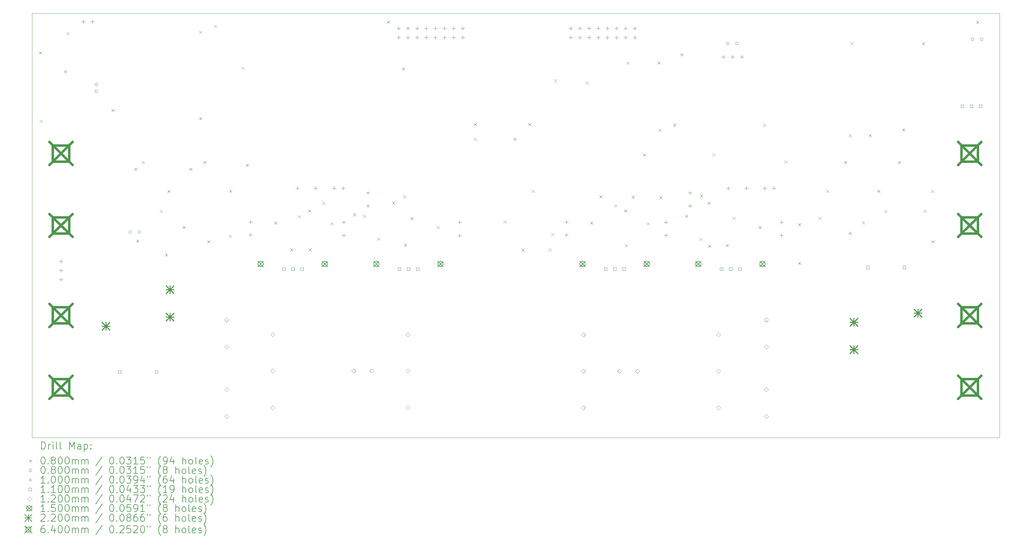
<source format=gbr>
%TF.GenerationSoftware,KiCad,Pcbnew,8.0.5*%
%TF.CreationDate,2024-12-19T18:08:04+01:00*%
%TF.ProjectId,buck-boost-xp,6275636b-2d62-46f6-9f73-742d78702e6b,rev?*%
%TF.SameCoordinates,Original*%
%TF.FileFunction,Drillmap*%
%TF.FilePolarity,Positive*%
%FSLAX45Y45*%
G04 Gerber Fmt 4.5, Leading zero omitted, Abs format (unit mm)*
G04 Created by KiCad (PCBNEW 8.0.5) date 2024-12-19 18:08:04*
%MOMM*%
%LPD*%
G01*
G04 APERTURE LIST*
%ADD10C,0.100000*%
%ADD11C,0.200000*%
%ADD12C,0.110000*%
%ADD13C,0.120000*%
%ADD14C,0.150000*%
%ADD15C,0.220000*%
%ADD16C,0.640000*%
G04 APERTURE END LIST*
D10*
X1229000Y-4474000D02*
X28079000Y-4474000D01*
X28079000Y-16274000D01*
X1229000Y-16274000D01*
X1229000Y-4474000D01*
D11*
D10*
X1414000Y-5534000D02*
X1494000Y-5614000D01*
X1494000Y-5534000D02*
X1414000Y-5614000D01*
X1439000Y-7434000D02*
X1519000Y-7514000D01*
X1519000Y-7434000D02*
X1439000Y-7514000D01*
X2109000Y-6059000D02*
X2189000Y-6139000D01*
X2189000Y-6059000D02*
X2109000Y-6139000D01*
X2179000Y-4999000D02*
X2259000Y-5079000D01*
X2259000Y-4999000D02*
X2179000Y-5079000D01*
X3431500Y-7135750D02*
X3511500Y-7215750D01*
X3511500Y-7135750D02*
X3431500Y-7215750D01*
X4063250Y-8769500D02*
X4143250Y-8849500D01*
X4143250Y-8769500D02*
X4063250Y-8849500D01*
X4114000Y-10765000D02*
X4194000Y-10845000D01*
X4194000Y-10765000D02*
X4114000Y-10845000D01*
X4270750Y-8584000D02*
X4350750Y-8664000D01*
X4350750Y-8584000D02*
X4270750Y-8664000D01*
X4770750Y-9936500D02*
X4850750Y-10016500D01*
X4850750Y-9936500D02*
X4770750Y-10016500D01*
X4914000Y-11153000D02*
X4994000Y-11233000D01*
X4994000Y-11153000D02*
X4914000Y-11233000D01*
X4982460Y-9381500D02*
X5062460Y-9461500D01*
X5062460Y-9381500D02*
X4982460Y-9461500D01*
X5402750Y-10384000D02*
X5482750Y-10464000D01*
X5482750Y-10384000D02*
X5402750Y-10464000D01*
X5589000Y-8769500D02*
X5669000Y-8849500D01*
X5669000Y-8769500D02*
X5589000Y-8849500D01*
X5859000Y-7364000D02*
X5939000Y-7444000D01*
X5939000Y-7364000D02*
X5859000Y-7444000D01*
X5864000Y-4959000D02*
X5944000Y-5039000D01*
X5944000Y-4959000D02*
X5864000Y-5039000D01*
X5976500Y-8584000D02*
X6056500Y-8664000D01*
X6056500Y-8584000D02*
X5976500Y-8664000D01*
X6089000Y-10784000D02*
X6169000Y-10864000D01*
X6169000Y-10784000D02*
X6089000Y-10864000D01*
X6274000Y-4794000D02*
X6354000Y-4874000D01*
X6354000Y-4794000D02*
X6274000Y-4874000D01*
X6689000Y-10634000D02*
X6769000Y-10714000D01*
X6769000Y-10634000D02*
X6689000Y-10714000D01*
X6694000Y-9381500D02*
X6774000Y-9461500D01*
X6774000Y-9381500D02*
X6694000Y-9461500D01*
X7041000Y-5959000D02*
X7121000Y-6039000D01*
X7121000Y-5959000D02*
X7041000Y-6039000D01*
X7164000Y-8659000D02*
X7244000Y-8739000D01*
X7244000Y-8659000D02*
X7164000Y-8739000D01*
X7949000Y-10263840D02*
X8029000Y-10343840D01*
X8029000Y-10263840D02*
X7949000Y-10343840D01*
X8389000Y-11009000D02*
X8469000Y-11089000D01*
X8469000Y-11009000D02*
X8389000Y-11089000D01*
X8596500Y-10086500D02*
X8676500Y-10166500D01*
X8676500Y-10086500D02*
X8596500Y-10166500D01*
X8891970Y-9926040D02*
X8971970Y-10006040D01*
X8971970Y-9926040D02*
X8891970Y-10006040D01*
X8903600Y-11009000D02*
X8983600Y-11089000D01*
X8983600Y-11009000D02*
X8903600Y-11089000D01*
X9278600Y-9713540D02*
X9358600Y-9793540D01*
X9358600Y-9713540D02*
X9278600Y-9793540D01*
X9514000Y-10281263D02*
X9594000Y-10361263D01*
X9594000Y-10281263D02*
X9514000Y-10361263D01*
X10139000Y-10034000D02*
X10219000Y-10114000D01*
X10219000Y-10034000D02*
X10139000Y-10114000D01*
X10414000Y-10076097D02*
X10494000Y-10156097D01*
X10494000Y-10076097D02*
X10414000Y-10156097D01*
X10810000Y-10709000D02*
X10890000Y-10789000D01*
X10890000Y-10709000D02*
X10810000Y-10789000D01*
X11074000Y-4679000D02*
X11154000Y-4759000D01*
X11154000Y-4679000D02*
X11074000Y-4759000D01*
X11214000Y-9711000D02*
X11294000Y-9791000D01*
X11294000Y-9711000D02*
X11214000Y-9791000D01*
X11489000Y-5984000D02*
X11569000Y-6064000D01*
X11569000Y-5984000D02*
X11489000Y-6064000D01*
X11524240Y-9534000D02*
X11604240Y-9614000D01*
X11604240Y-9534000D02*
X11524240Y-9614000D01*
X11544620Y-10879680D02*
X11624620Y-10959680D01*
X11624620Y-10879680D02*
X11544620Y-10959680D01*
X11730000Y-10142000D02*
X11810000Y-10222000D01*
X11810000Y-10142000D02*
X11730000Y-10222000D01*
X12454000Y-10388430D02*
X12534000Y-10468430D01*
X12534000Y-10388430D02*
X12454000Y-10468430D01*
X13489000Y-7524000D02*
X13569000Y-7604000D01*
X13569000Y-7524000D02*
X13489000Y-7604000D01*
X13489000Y-7934000D02*
X13569000Y-8014000D01*
X13569000Y-7934000D02*
X13489000Y-8014000D01*
X14314000Y-10234000D02*
X14394000Y-10314000D01*
X14394000Y-10234000D02*
X14314000Y-10314000D01*
X14584000Y-7934000D02*
X14664000Y-8014000D01*
X14664000Y-7934000D02*
X14584000Y-8014000D01*
X14814000Y-11016500D02*
X14894000Y-11096500D01*
X14894000Y-11016500D02*
X14814000Y-11096500D01*
X14994000Y-7524000D02*
X15074000Y-7604000D01*
X15074000Y-7524000D02*
X14994000Y-7604000D01*
X15095250Y-9382000D02*
X15175250Y-9462000D01*
X15175250Y-9382000D02*
X15095250Y-9462000D01*
X15564000Y-11009000D02*
X15644000Y-11089000D01*
X15644000Y-11009000D02*
X15564000Y-11089000D01*
X15639000Y-10584000D02*
X15719000Y-10664000D01*
X15719000Y-10584000D02*
X15639000Y-10664000D01*
X15714000Y-6309000D02*
X15794000Y-6389000D01*
X15794000Y-6309000D02*
X15714000Y-6389000D01*
X16594000Y-6369000D02*
X16674000Y-6449000D01*
X16674000Y-6369000D02*
X16594000Y-6449000D01*
X16719000Y-10264000D02*
X16799000Y-10344000D01*
X16799000Y-10264000D02*
X16719000Y-10344000D01*
X16972880Y-9534000D02*
X17052880Y-9614000D01*
X17052880Y-9534000D02*
X16972880Y-9614000D01*
X17389000Y-9784000D02*
X17469000Y-9864000D01*
X17469000Y-9784000D02*
X17389000Y-9864000D01*
X17663370Y-9926040D02*
X17743370Y-10006040D01*
X17743370Y-9926040D02*
X17663370Y-10006040D01*
X17685000Y-10894000D02*
X17765000Y-10974000D01*
X17765000Y-10894000D02*
X17685000Y-10974000D01*
X17724000Y-5814000D02*
X17804000Y-5894000D01*
X17804000Y-5814000D02*
X17724000Y-5894000D01*
X17869000Y-9542000D02*
X17949000Y-9622000D01*
X17949000Y-9542000D02*
X17869000Y-9622000D01*
X18189000Y-8369000D02*
X18269000Y-8449000D01*
X18269000Y-8369000D02*
X18189000Y-8449000D01*
X18285400Y-10281263D02*
X18365400Y-10361263D01*
X18365400Y-10281263D02*
X18285400Y-10361263D01*
X18584000Y-5814000D02*
X18664000Y-5894000D01*
X18664000Y-5814000D02*
X18584000Y-5894000D01*
X18614000Y-7684000D02*
X18694000Y-7764000D01*
X18694000Y-7684000D02*
X18614000Y-7764000D01*
X18639000Y-9559000D02*
X18719000Y-9639000D01*
X18719000Y-9559000D02*
X18639000Y-9639000D01*
X19019000Y-7544000D02*
X19099000Y-7624000D01*
X19099000Y-7544000D02*
X19019000Y-7624000D01*
X19219000Y-5584000D02*
X19299000Y-5664000D01*
X19299000Y-5584000D02*
X19219000Y-5664000D01*
X19351643Y-10076269D02*
X19431643Y-10156269D01*
X19431643Y-10076269D02*
X19351643Y-10156269D01*
X19744000Y-10719000D02*
X19824000Y-10799000D01*
X19824000Y-10719000D02*
X19744000Y-10799000D01*
X19767383Y-9509000D02*
X19847383Y-9589000D01*
X19847383Y-9509000D02*
X19767383Y-9589000D01*
X19977423Y-9713713D02*
X20057423Y-9793713D01*
X20057423Y-9713713D02*
X19977423Y-9793713D01*
X19989000Y-10909000D02*
X20069000Y-10989000D01*
X20069000Y-10909000D02*
X19989000Y-10989000D01*
X20109000Y-8364160D02*
X20189000Y-8444160D01*
X20189000Y-8364160D02*
X20109000Y-8444160D01*
X20480793Y-10884000D02*
X20560793Y-10964000D01*
X20560793Y-10884000D02*
X20480793Y-10964000D01*
X20667913Y-10134000D02*
X20747913Y-10214000D01*
X20747913Y-10134000D02*
X20667913Y-10214000D01*
X21390173Y-10388430D02*
X21470173Y-10468430D01*
X21470173Y-10388430D02*
X21390173Y-10468430D01*
X21514000Y-7544000D02*
X21594000Y-7624000D01*
X21594000Y-7544000D02*
X21514000Y-7624000D01*
X22109000Y-8559000D02*
X22189000Y-8639000D01*
X22189000Y-8559000D02*
X22109000Y-8639000D01*
X22488000Y-10309000D02*
X22568000Y-10389000D01*
X22568000Y-10309000D02*
X22488000Y-10389000D01*
X22489000Y-11384000D02*
X22569000Y-11464000D01*
X22569000Y-11384000D02*
X22489000Y-11464000D01*
X23055210Y-10134160D02*
X23135210Y-10214160D01*
X23135210Y-10134160D02*
X23055210Y-10214160D01*
X23265960Y-9381660D02*
X23345960Y-9461660D01*
X23345960Y-9381660D02*
X23265960Y-9461660D01*
X23768250Y-8584000D02*
X23848250Y-8664000D01*
X23848250Y-8584000D02*
X23768250Y-8664000D01*
X23889000Y-10550998D02*
X23969000Y-10630998D01*
X23969000Y-10550998D02*
X23889000Y-10630998D01*
X23894000Y-7834000D02*
X23974000Y-7914000D01*
X23974000Y-7834000D02*
X23894000Y-7914000D01*
X23944000Y-5274000D02*
X24024000Y-5354000D01*
X24024000Y-5274000D02*
X23944000Y-5354000D01*
X24264000Y-10259000D02*
X24344000Y-10339000D01*
X24344000Y-10259000D02*
X24264000Y-10339000D01*
X24449000Y-7834000D02*
X24529000Y-7914000D01*
X24529000Y-7834000D02*
X24449000Y-7914000D01*
X24687460Y-9381500D02*
X24767460Y-9461500D01*
X24767460Y-9381500D02*
X24687460Y-9461500D01*
X24879000Y-9944000D02*
X24959000Y-10024000D01*
X24959000Y-9944000D02*
X24879000Y-10024000D01*
X25255250Y-8584000D02*
X25335250Y-8664000D01*
X25335250Y-8584000D02*
X25255250Y-8664000D01*
X25374000Y-7674000D02*
X25454000Y-7754000D01*
X25454000Y-7674000D02*
X25374000Y-7754000D01*
X25924000Y-5279000D02*
X26004000Y-5359000D01*
X26004000Y-5279000D02*
X25924000Y-5359000D01*
X25972000Y-9937535D02*
X26052000Y-10017535D01*
X26052000Y-9937535D02*
X25972000Y-10017535D01*
X26179500Y-9382535D02*
X26259500Y-9462535D01*
X26259500Y-9382535D02*
X26179500Y-9462535D01*
X26189000Y-10784000D02*
X26269000Y-10864000D01*
X26269000Y-10784000D02*
X26189000Y-10864000D01*
X27429000Y-4684000D02*
X27509000Y-4764000D01*
X27509000Y-4684000D02*
X27429000Y-4764000D01*
X3054000Y-6454750D02*
G75*
G02*
X2974000Y-6454750I-40000J0D01*
G01*
X2974000Y-6454750D02*
G75*
G02*
X3054000Y-6454750I40000J0D01*
G01*
X3054000Y-6644750D02*
G75*
G02*
X2974000Y-6644750I-40000J0D01*
G01*
X2974000Y-6644750D02*
G75*
G02*
X3054000Y-6644750I40000J0D01*
G01*
X3990000Y-10555000D02*
G75*
G02*
X3910000Y-10555000I-40000J0D01*
G01*
X3910000Y-10555000D02*
G75*
G02*
X3990000Y-10555000I40000J0D01*
G01*
X4244000Y-10555000D02*
G75*
G02*
X4164000Y-10555000I-40000J0D01*
G01*
X4164000Y-10555000D02*
G75*
G02*
X4244000Y-10555000I40000J0D01*
G01*
X20580000Y-5314000D02*
G75*
G02*
X20500000Y-5314000I-40000J0D01*
G01*
X20500000Y-5314000D02*
G75*
G02*
X20580000Y-5314000I40000J0D01*
G01*
X20834000Y-5314000D02*
G75*
G02*
X20754000Y-5314000I-40000J0D01*
G01*
X20754000Y-5314000D02*
G75*
G02*
X20834000Y-5314000I40000J0D01*
G01*
X27369230Y-5197000D02*
G75*
G02*
X27289230Y-5197000I-40000J0D01*
G01*
X27289230Y-5197000D02*
G75*
G02*
X27369230Y-5197000I40000J0D01*
G01*
X27623230Y-5197000D02*
G75*
G02*
X27543230Y-5197000I-40000J0D01*
G01*
X27543230Y-5197000D02*
G75*
G02*
X27623230Y-5197000I40000J0D01*
G01*
X2029000Y-11320000D02*
X2029000Y-11420000D01*
X1979000Y-11370000D02*
X2079000Y-11370000D01*
X2029000Y-11574000D02*
X2029000Y-11674000D01*
X1979000Y-11624000D02*
X2079000Y-11624000D01*
X2029000Y-11828000D02*
X2029000Y-11928000D01*
X1979000Y-11878000D02*
X2079000Y-11878000D01*
X2651500Y-4654000D02*
X2651500Y-4754000D01*
X2601500Y-4704000D02*
X2701500Y-4704000D01*
X2905500Y-4654000D02*
X2905500Y-4754000D01*
X2855500Y-4704000D02*
X2955500Y-4704000D01*
X7287940Y-10224000D02*
X7287940Y-10324000D01*
X7237940Y-10274000D02*
X7337940Y-10274000D01*
X7287940Y-10586240D02*
X7287940Y-10686240D01*
X7237940Y-10636240D02*
X7337940Y-10636240D01*
X8593375Y-9288606D02*
X8593375Y-9388606D01*
X8543375Y-9338606D02*
X8643375Y-9338606D01*
X9101375Y-9288606D02*
X9101375Y-9388606D01*
X9051375Y-9338606D02*
X9151375Y-9338606D01*
X9609375Y-9288606D02*
X9609375Y-9388606D01*
X9559375Y-9338606D02*
X9659375Y-9338606D01*
X9863375Y-9288606D02*
X9863375Y-9388606D01*
X9813375Y-9338606D02*
X9913375Y-9338606D01*
X9881500Y-10238430D02*
X9881500Y-10338430D01*
X9831500Y-10288430D02*
X9931500Y-10288430D01*
X9881500Y-10600670D02*
X9881500Y-10700670D01*
X9831500Y-10650670D02*
X9931500Y-10650670D01*
X10550840Y-9417824D02*
X10550840Y-9517824D01*
X10500840Y-9467824D02*
X10600840Y-9467824D01*
X10550840Y-9778064D02*
X10550840Y-9878064D01*
X10500840Y-9828064D02*
X10600840Y-9828064D01*
X11401000Y-4844000D02*
X11401000Y-4944000D01*
X11351000Y-4894000D02*
X11451000Y-4894000D01*
X11401000Y-5098000D02*
X11401000Y-5198000D01*
X11351000Y-5148000D02*
X11451000Y-5148000D01*
X11655000Y-4844000D02*
X11655000Y-4944000D01*
X11605000Y-4894000D02*
X11705000Y-4894000D01*
X11655000Y-5098000D02*
X11655000Y-5198000D01*
X11605000Y-5148000D02*
X11705000Y-5148000D01*
X11909000Y-4844000D02*
X11909000Y-4944000D01*
X11859000Y-4894000D02*
X11959000Y-4894000D01*
X11909000Y-5098000D02*
X11909000Y-5198000D01*
X11859000Y-5148000D02*
X11959000Y-5148000D01*
X12163000Y-4844000D02*
X12163000Y-4944000D01*
X12113000Y-4894000D02*
X12213000Y-4894000D01*
X12163000Y-5098000D02*
X12163000Y-5198000D01*
X12113000Y-5148000D02*
X12213000Y-5148000D01*
X12417000Y-4844000D02*
X12417000Y-4944000D01*
X12367000Y-4894000D02*
X12467000Y-4894000D01*
X12417000Y-5098000D02*
X12417000Y-5198000D01*
X12367000Y-5148000D02*
X12467000Y-5148000D01*
X12671000Y-4844000D02*
X12671000Y-4944000D01*
X12621000Y-4894000D02*
X12721000Y-4894000D01*
X12671000Y-5098000D02*
X12671000Y-5198000D01*
X12621000Y-5148000D02*
X12721000Y-5148000D01*
X12925000Y-4844000D02*
X12925000Y-4944000D01*
X12875000Y-4894000D02*
X12975000Y-4894000D01*
X12925000Y-5098000D02*
X12925000Y-5198000D01*
X12875000Y-5148000D02*
X12975000Y-5148000D01*
X13089000Y-10238430D02*
X13089000Y-10338430D01*
X13039000Y-10288430D02*
X13139000Y-10288430D01*
X13089000Y-10604000D02*
X13089000Y-10704000D01*
X13039000Y-10654000D02*
X13139000Y-10654000D01*
X13179000Y-4844000D02*
X13179000Y-4944000D01*
X13129000Y-4894000D02*
X13229000Y-4894000D01*
X13179000Y-5098000D02*
X13179000Y-5198000D01*
X13129000Y-5148000D02*
X13229000Y-5148000D01*
X16057900Y-10224000D02*
X16057900Y-10324000D01*
X16007900Y-10274000D02*
X16107900Y-10274000D01*
X16057900Y-10586240D02*
X16057900Y-10686240D01*
X16007900Y-10636240D02*
X16107900Y-10636240D01*
X16179000Y-4844000D02*
X16179000Y-4944000D01*
X16129000Y-4894000D02*
X16229000Y-4894000D01*
X16179000Y-5098000D02*
X16179000Y-5198000D01*
X16129000Y-5148000D02*
X16229000Y-5148000D01*
X16433000Y-4844000D02*
X16433000Y-4944000D01*
X16383000Y-4894000D02*
X16483000Y-4894000D01*
X16433000Y-5098000D02*
X16433000Y-5198000D01*
X16383000Y-5148000D02*
X16483000Y-5148000D01*
X16687000Y-4844000D02*
X16687000Y-4944000D01*
X16637000Y-4894000D02*
X16737000Y-4894000D01*
X16687000Y-5098000D02*
X16687000Y-5198000D01*
X16637000Y-5148000D02*
X16737000Y-5148000D01*
X16941000Y-4844000D02*
X16941000Y-4944000D01*
X16891000Y-4894000D02*
X16991000Y-4894000D01*
X16941000Y-5098000D02*
X16941000Y-5198000D01*
X16891000Y-5148000D02*
X16991000Y-5148000D01*
X17195000Y-4844000D02*
X17195000Y-4944000D01*
X17145000Y-4894000D02*
X17245000Y-4894000D01*
X17195000Y-5098000D02*
X17195000Y-5198000D01*
X17145000Y-5148000D02*
X17245000Y-5148000D01*
X17449000Y-4844000D02*
X17449000Y-4944000D01*
X17399000Y-4894000D02*
X17499000Y-4894000D01*
X17449000Y-5098000D02*
X17449000Y-5198000D01*
X17399000Y-5148000D02*
X17499000Y-5148000D01*
X17703000Y-4844000D02*
X17703000Y-4944000D01*
X17653000Y-4894000D02*
X17753000Y-4894000D01*
X17703000Y-5098000D02*
X17703000Y-5198000D01*
X17653000Y-5148000D02*
X17753000Y-5148000D01*
X17957000Y-4844000D02*
X17957000Y-4944000D01*
X17907000Y-4894000D02*
X18007000Y-4894000D01*
X17957000Y-5098000D02*
X17957000Y-5198000D01*
X17907000Y-5148000D02*
X18007000Y-5148000D01*
X18817500Y-10238430D02*
X18817500Y-10338430D01*
X18767500Y-10288430D02*
X18867500Y-10288430D01*
X18817500Y-10600670D02*
X18817500Y-10700670D01*
X18767500Y-10650670D02*
X18867500Y-10650670D01*
X19487013Y-9417997D02*
X19487013Y-9517997D01*
X19437013Y-9467997D02*
X19537013Y-9467997D01*
X19487013Y-9778237D02*
X19487013Y-9878237D01*
X19437013Y-9828237D02*
X19537013Y-9828237D01*
X20416500Y-5634000D02*
X20416500Y-5734000D01*
X20366500Y-5684000D02*
X20466500Y-5684000D01*
X20545173Y-9288603D02*
X20545173Y-9388603D01*
X20495173Y-9338603D02*
X20595173Y-9338603D01*
X20670500Y-5634000D02*
X20670500Y-5734000D01*
X20620500Y-5684000D02*
X20720500Y-5684000D01*
X20924500Y-5634000D02*
X20924500Y-5734000D01*
X20874500Y-5684000D02*
X20974500Y-5684000D01*
X21053173Y-9288603D02*
X21053173Y-9388603D01*
X21003173Y-9338603D02*
X21103173Y-9338603D01*
X21561173Y-9288603D02*
X21561173Y-9388603D01*
X21511173Y-9338603D02*
X21611173Y-9338603D01*
X21815173Y-9288603D02*
X21815173Y-9388603D01*
X21765173Y-9338603D02*
X21865173Y-9338603D01*
X22025173Y-10238603D02*
X22025173Y-10338603D01*
X21975173Y-10288603D02*
X22075173Y-10288603D01*
X22025173Y-10600843D02*
X22025173Y-10700843D01*
X21975173Y-10650843D02*
X22075173Y-10650843D01*
D12*
X3698891Y-14478891D02*
X3698891Y-14401109D01*
X3621109Y-14401109D01*
X3621109Y-14478891D01*
X3698891Y-14478891D01*
X4714891Y-14478891D02*
X4714891Y-14401109D01*
X4637109Y-14401109D01*
X4637109Y-14478891D01*
X4714891Y-14478891D01*
X8250811Y-11626311D02*
X8250811Y-11548529D01*
X8173029Y-11548529D01*
X8173029Y-11626311D01*
X8250811Y-11626311D01*
X8504811Y-11626311D02*
X8504811Y-11548529D01*
X8427029Y-11548529D01*
X8427029Y-11626311D01*
X8504811Y-11626311D01*
X8758811Y-11626311D02*
X8758811Y-11548529D01*
X8681029Y-11548529D01*
X8681029Y-11626311D01*
X8758811Y-11626311D01*
X11460411Y-11626311D02*
X11460411Y-11548529D01*
X11382629Y-11548529D01*
X11382629Y-11626311D01*
X11460411Y-11626311D01*
X11714411Y-11626311D02*
X11714411Y-11548529D01*
X11636629Y-11548529D01*
X11636629Y-11626311D01*
X11714411Y-11626311D01*
X11968411Y-11626311D02*
X11968411Y-11548529D01*
X11890629Y-11548529D01*
X11890629Y-11626311D01*
X11968411Y-11626311D01*
X17187891Y-11626291D02*
X17187891Y-11548509D01*
X17110109Y-11548509D01*
X17110109Y-11626291D01*
X17187891Y-11626291D01*
X17441891Y-11626291D02*
X17441891Y-11548509D01*
X17364109Y-11548509D01*
X17364109Y-11626291D01*
X17441891Y-11626291D01*
X17695891Y-11626291D02*
X17695891Y-11548509D01*
X17618109Y-11548509D01*
X17618109Y-11626291D01*
X17695891Y-11626291D01*
X20398978Y-11626788D02*
X20398978Y-11549006D01*
X20321196Y-11549006D01*
X20321196Y-11626788D01*
X20398978Y-11626788D01*
X20652978Y-11626788D02*
X20652978Y-11549006D01*
X20575196Y-11549006D01*
X20575196Y-11626788D01*
X20652978Y-11626788D01*
X20906978Y-11626788D02*
X20906978Y-11549006D01*
X20829196Y-11549006D01*
X20829196Y-11626788D01*
X20906978Y-11626788D01*
X24456891Y-11577891D02*
X24456891Y-11500109D01*
X24379109Y-11500109D01*
X24379109Y-11577891D01*
X24456891Y-11577891D01*
X25472891Y-11577891D02*
X25472891Y-11500109D01*
X25395109Y-11500109D01*
X25395109Y-11577891D01*
X25472891Y-11577891D01*
X27086620Y-7091391D02*
X27086620Y-7013609D01*
X27008838Y-7013609D01*
X27008838Y-7091391D01*
X27086620Y-7091391D01*
X27340620Y-7091391D02*
X27340620Y-7013609D01*
X27262838Y-7013609D01*
X27262838Y-7091391D01*
X27340620Y-7091391D01*
X27594620Y-7091391D02*
X27594620Y-7013609D01*
X27516838Y-7013609D01*
X27516838Y-7091391D01*
X27594620Y-7091391D01*
D13*
X6629000Y-13059000D02*
X6689000Y-12999000D01*
X6629000Y-12939000D01*
X6569000Y-12999000D01*
X6629000Y-13059000D01*
X6629000Y-13809000D02*
X6689000Y-13749000D01*
X6629000Y-13689000D01*
X6569000Y-13749000D01*
X6629000Y-13809000D01*
X6629000Y-14990666D02*
X6689000Y-14930666D01*
X6629000Y-14870666D01*
X6569000Y-14930666D01*
X6629000Y-14990666D01*
X6629000Y-15740666D02*
X6689000Y-15680666D01*
X6629000Y-15620666D01*
X6569000Y-15680666D01*
X6629000Y-15740666D01*
X7904000Y-13469000D02*
X7964000Y-13409000D01*
X7904000Y-13349000D01*
X7844000Y-13409000D01*
X7904000Y-13469000D01*
X7904000Y-14479000D02*
X7964000Y-14419000D01*
X7904000Y-14359000D01*
X7844000Y-14419000D01*
X7904000Y-14479000D01*
X7904000Y-15499000D02*
X7964000Y-15439000D01*
X7904000Y-15379000D01*
X7844000Y-15439000D01*
X7904000Y-15499000D01*
X10154000Y-14479000D02*
X10214000Y-14419000D01*
X10154000Y-14359000D01*
X10094000Y-14419000D01*
X10154000Y-14479000D01*
X10654000Y-14479000D02*
X10714000Y-14419000D01*
X10654000Y-14359000D01*
X10594000Y-14419000D01*
X10654000Y-14479000D01*
X11654000Y-13469000D02*
X11714000Y-13409000D01*
X11654000Y-13349000D01*
X11594000Y-13409000D01*
X11654000Y-13469000D01*
X11654000Y-14479000D02*
X11714000Y-14419000D01*
X11654000Y-14359000D01*
X11594000Y-14419000D01*
X11654000Y-14479000D01*
X11654000Y-15499000D02*
X11714000Y-15439000D01*
X11654000Y-15379000D01*
X11594000Y-15439000D01*
X11654000Y-15499000D01*
X16529000Y-13469000D02*
X16589000Y-13409000D01*
X16529000Y-13349000D01*
X16469000Y-13409000D01*
X16529000Y-13469000D01*
X16529000Y-14489000D02*
X16589000Y-14429000D01*
X16529000Y-14369000D01*
X16469000Y-14429000D01*
X16529000Y-14489000D01*
X16529000Y-15499000D02*
X16589000Y-15439000D01*
X16529000Y-15379000D01*
X16469000Y-15439000D01*
X16529000Y-15499000D01*
X17529000Y-14489000D02*
X17589000Y-14429000D01*
X17529000Y-14369000D01*
X17469000Y-14429000D01*
X17529000Y-14489000D01*
X18029000Y-14489000D02*
X18089000Y-14429000D01*
X18029000Y-14369000D01*
X17969000Y-14429000D01*
X18029000Y-14489000D01*
X20279000Y-13469000D02*
X20339000Y-13409000D01*
X20279000Y-13349000D01*
X20219000Y-13409000D01*
X20279000Y-13469000D01*
X20279000Y-14489000D02*
X20339000Y-14429000D01*
X20279000Y-14369000D01*
X20219000Y-14429000D01*
X20279000Y-14489000D01*
X20279000Y-15499000D02*
X20339000Y-15439000D01*
X20279000Y-15379000D01*
X20219000Y-15439000D01*
X20279000Y-15499000D01*
X21604000Y-13059000D02*
X21664000Y-12999000D01*
X21604000Y-12939000D01*
X21544000Y-12999000D01*
X21604000Y-13059000D01*
X21604000Y-13809000D02*
X21664000Y-13749000D01*
X21604000Y-13689000D01*
X21544000Y-13749000D01*
X21604000Y-13809000D01*
X21604000Y-14990666D02*
X21664000Y-14930666D01*
X21604000Y-14870666D01*
X21544000Y-14930666D01*
X21604000Y-14990666D01*
X21604000Y-15740666D02*
X21664000Y-15680666D01*
X21604000Y-15620666D01*
X21544000Y-15680666D01*
X21604000Y-15740666D01*
D14*
X7496920Y-11367920D02*
X7646920Y-11517920D01*
X7646920Y-11367920D02*
X7496920Y-11517920D01*
X7646920Y-11442920D02*
G75*
G02*
X7496920Y-11442920I-75000J0D01*
G01*
X7496920Y-11442920D02*
G75*
G02*
X7646920Y-11442920I75000J0D01*
G01*
X9276920Y-11367920D02*
X9426920Y-11517920D01*
X9426920Y-11367920D02*
X9276920Y-11517920D01*
X9426920Y-11442920D02*
G75*
G02*
X9276920Y-11442920I-75000J0D01*
G01*
X9276920Y-11442920D02*
G75*
G02*
X9426920Y-11442920I75000J0D01*
G01*
X10706520Y-11367920D02*
X10856520Y-11517920D01*
X10856520Y-11367920D02*
X10706520Y-11517920D01*
X10856520Y-11442920D02*
G75*
G02*
X10706520Y-11442920I-75000J0D01*
G01*
X10706520Y-11442920D02*
G75*
G02*
X10856520Y-11442920I75000J0D01*
G01*
X12486520Y-11367920D02*
X12636520Y-11517920D01*
X12636520Y-11367920D02*
X12486520Y-11517920D01*
X12636520Y-11442920D02*
G75*
G02*
X12486520Y-11442920I-75000J0D01*
G01*
X12486520Y-11442920D02*
G75*
G02*
X12636520Y-11442920I75000J0D01*
G01*
X16434000Y-11367900D02*
X16584000Y-11517900D01*
X16584000Y-11367900D02*
X16434000Y-11517900D01*
X16584000Y-11442900D02*
G75*
G02*
X16434000Y-11442900I-75000J0D01*
G01*
X16434000Y-11442900D02*
G75*
G02*
X16584000Y-11442900I75000J0D01*
G01*
X18214000Y-11367900D02*
X18364000Y-11517900D01*
X18364000Y-11367900D02*
X18214000Y-11517900D01*
X18364000Y-11442900D02*
G75*
G02*
X18214000Y-11442900I-75000J0D01*
G01*
X18214000Y-11442900D02*
G75*
G02*
X18364000Y-11442900I75000J0D01*
G01*
X19645087Y-11368397D02*
X19795087Y-11518397D01*
X19795087Y-11368397D02*
X19645087Y-11518397D01*
X19795087Y-11443397D02*
G75*
G02*
X19645087Y-11443397I-75000J0D01*
G01*
X19645087Y-11443397D02*
G75*
G02*
X19795087Y-11443397I75000J0D01*
G01*
X21425087Y-11368397D02*
X21575087Y-11518397D01*
X21575087Y-11368397D02*
X21425087Y-11518397D01*
X21575087Y-11443397D02*
G75*
G02*
X21425087Y-11443397I-75000J0D01*
G01*
X21425087Y-11443397D02*
G75*
G02*
X21575087Y-11443397I75000J0D01*
G01*
D15*
X3169000Y-13060000D02*
X3389000Y-13280000D01*
X3389000Y-13060000D02*
X3169000Y-13280000D01*
X3279000Y-13060000D02*
X3279000Y-13280000D01*
X3169000Y-13170000D02*
X3389000Y-13170000D01*
X4947000Y-12044000D02*
X5167000Y-12264000D01*
X5167000Y-12044000D02*
X4947000Y-12264000D01*
X5057000Y-12044000D02*
X5057000Y-12264000D01*
X4947000Y-12154000D02*
X5167000Y-12154000D01*
X4947000Y-12806000D02*
X5167000Y-13026000D01*
X5167000Y-12806000D02*
X4947000Y-13026000D01*
X5057000Y-12806000D02*
X5057000Y-13026000D01*
X4947000Y-12916000D02*
X5167000Y-12916000D01*
X23927000Y-12953000D02*
X24147000Y-13173000D01*
X24147000Y-12953000D02*
X23927000Y-13173000D01*
X24037000Y-12953000D02*
X24037000Y-13173000D01*
X23927000Y-13063000D02*
X24147000Y-13063000D01*
X23927000Y-13715000D02*
X24147000Y-13935000D01*
X24147000Y-13715000D02*
X23927000Y-13935000D01*
X24037000Y-13715000D02*
X24037000Y-13935000D01*
X23927000Y-13825000D02*
X24147000Y-13825000D01*
X25705000Y-12699000D02*
X25925000Y-12919000D01*
X25925000Y-12699000D02*
X25705000Y-12919000D01*
X25815000Y-12699000D02*
X25815000Y-12919000D01*
X25705000Y-12809000D02*
X25925000Y-12809000D01*
D16*
X1709000Y-8054000D02*
X2349000Y-8694000D01*
X2349000Y-8054000D02*
X1709000Y-8694000D01*
X2255276Y-8600276D02*
X2255276Y-8147724D01*
X1802724Y-8147724D01*
X1802724Y-8600276D01*
X2255276Y-8600276D01*
X1709000Y-10054000D02*
X2349000Y-10694000D01*
X2349000Y-10054000D02*
X1709000Y-10694000D01*
X2255276Y-10600276D02*
X2255276Y-10147724D01*
X1802724Y-10147724D01*
X1802724Y-10600276D01*
X2255276Y-10600276D01*
X1709000Y-12554000D02*
X2349000Y-13194000D01*
X2349000Y-12554000D02*
X1709000Y-13194000D01*
X2255276Y-13100276D02*
X2255276Y-12647724D01*
X1802724Y-12647724D01*
X1802724Y-13100276D01*
X2255276Y-13100276D01*
X1709000Y-14554000D02*
X2349000Y-15194000D01*
X2349000Y-14554000D02*
X1709000Y-15194000D01*
X2255276Y-15100276D02*
X2255276Y-14647724D01*
X1802724Y-14647724D01*
X1802724Y-15100276D01*
X2255276Y-15100276D01*
X26934000Y-8054000D02*
X27574000Y-8694000D01*
X27574000Y-8054000D02*
X26934000Y-8694000D01*
X27480276Y-8600276D02*
X27480276Y-8147724D01*
X27027724Y-8147724D01*
X27027724Y-8600276D01*
X27480276Y-8600276D01*
X26934000Y-10054000D02*
X27574000Y-10694000D01*
X27574000Y-10054000D02*
X26934000Y-10694000D01*
X27480276Y-10600276D02*
X27480276Y-10147724D01*
X27027724Y-10147724D01*
X27027724Y-10600276D01*
X27480276Y-10600276D01*
X26934000Y-12554000D02*
X27574000Y-13194000D01*
X27574000Y-12554000D02*
X26934000Y-13194000D01*
X27480276Y-13100276D02*
X27480276Y-12647724D01*
X27027724Y-12647724D01*
X27027724Y-13100276D01*
X27480276Y-13100276D01*
X26934000Y-14554000D02*
X27574000Y-15194000D01*
X27574000Y-14554000D02*
X26934000Y-15194000D01*
X27480276Y-15100276D02*
X27480276Y-14647724D01*
X27027724Y-14647724D01*
X27027724Y-15100276D01*
X27480276Y-15100276D01*
D11*
X1484777Y-16590484D02*
X1484777Y-16390484D01*
X1484777Y-16390484D02*
X1532396Y-16390484D01*
X1532396Y-16390484D02*
X1560967Y-16400008D01*
X1560967Y-16400008D02*
X1580015Y-16419055D01*
X1580015Y-16419055D02*
X1589539Y-16438103D01*
X1589539Y-16438103D02*
X1599062Y-16476198D01*
X1599062Y-16476198D02*
X1599062Y-16504769D01*
X1599062Y-16504769D02*
X1589539Y-16542865D01*
X1589539Y-16542865D02*
X1580015Y-16561912D01*
X1580015Y-16561912D02*
X1560967Y-16580960D01*
X1560967Y-16580960D02*
X1532396Y-16590484D01*
X1532396Y-16590484D02*
X1484777Y-16590484D01*
X1684777Y-16590484D02*
X1684777Y-16457150D01*
X1684777Y-16495246D02*
X1694301Y-16476198D01*
X1694301Y-16476198D02*
X1703824Y-16466674D01*
X1703824Y-16466674D02*
X1722872Y-16457150D01*
X1722872Y-16457150D02*
X1741920Y-16457150D01*
X1808586Y-16590484D02*
X1808586Y-16457150D01*
X1808586Y-16390484D02*
X1799062Y-16400008D01*
X1799062Y-16400008D02*
X1808586Y-16409531D01*
X1808586Y-16409531D02*
X1818110Y-16400008D01*
X1818110Y-16400008D02*
X1808586Y-16390484D01*
X1808586Y-16390484D02*
X1808586Y-16409531D01*
X1932396Y-16590484D02*
X1913348Y-16580960D01*
X1913348Y-16580960D02*
X1903824Y-16561912D01*
X1903824Y-16561912D02*
X1903824Y-16390484D01*
X2037158Y-16590484D02*
X2018110Y-16580960D01*
X2018110Y-16580960D02*
X2008586Y-16561912D01*
X2008586Y-16561912D02*
X2008586Y-16390484D01*
X2265729Y-16590484D02*
X2265729Y-16390484D01*
X2265729Y-16390484D02*
X2332396Y-16533341D01*
X2332396Y-16533341D02*
X2399063Y-16390484D01*
X2399063Y-16390484D02*
X2399063Y-16590484D01*
X2580015Y-16590484D02*
X2580015Y-16485722D01*
X2580015Y-16485722D02*
X2570491Y-16466674D01*
X2570491Y-16466674D02*
X2551444Y-16457150D01*
X2551444Y-16457150D02*
X2513348Y-16457150D01*
X2513348Y-16457150D02*
X2494301Y-16466674D01*
X2580015Y-16580960D02*
X2560967Y-16590484D01*
X2560967Y-16590484D02*
X2513348Y-16590484D01*
X2513348Y-16590484D02*
X2494301Y-16580960D01*
X2494301Y-16580960D02*
X2484777Y-16561912D01*
X2484777Y-16561912D02*
X2484777Y-16542865D01*
X2484777Y-16542865D02*
X2494301Y-16523817D01*
X2494301Y-16523817D02*
X2513348Y-16514293D01*
X2513348Y-16514293D02*
X2560967Y-16514293D01*
X2560967Y-16514293D02*
X2580015Y-16504769D01*
X2675253Y-16457150D02*
X2675253Y-16657150D01*
X2675253Y-16466674D02*
X2694301Y-16457150D01*
X2694301Y-16457150D02*
X2732396Y-16457150D01*
X2732396Y-16457150D02*
X2751444Y-16466674D01*
X2751444Y-16466674D02*
X2760967Y-16476198D01*
X2760967Y-16476198D02*
X2770491Y-16495246D01*
X2770491Y-16495246D02*
X2770491Y-16552388D01*
X2770491Y-16552388D02*
X2760967Y-16571436D01*
X2760967Y-16571436D02*
X2751444Y-16580960D01*
X2751444Y-16580960D02*
X2732396Y-16590484D01*
X2732396Y-16590484D02*
X2694301Y-16590484D01*
X2694301Y-16590484D02*
X2675253Y-16580960D01*
X2856205Y-16571436D02*
X2865729Y-16580960D01*
X2865729Y-16580960D02*
X2856205Y-16590484D01*
X2856205Y-16590484D02*
X2846682Y-16580960D01*
X2846682Y-16580960D02*
X2856205Y-16571436D01*
X2856205Y-16571436D02*
X2856205Y-16590484D01*
X2856205Y-16466674D02*
X2865729Y-16476198D01*
X2865729Y-16476198D02*
X2856205Y-16485722D01*
X2856205Y-16485722D02*
X2846682Y-16476198D01*
X2846682Y-16476198D02*
X2856205Y-16466674D01*
X2856205Y-16466674D02*
X2856205Y-16485722D01*
D10*
X1144000Y-16879000D02*
X1224000Y-16959000D01*
X1224000Y-16879000D02*
X1144000Y-16959000D01*
D11*
X1522872Y-16810484D02*
X1541920Y-16810484D01*
X1541920Y-16810484D02*
X1560967Y-16820008D01*
X1560967Y-16820008D02*
X1570491Y-16829531D01*
X1570491Y-16829531D02*
X1580015Y-16848579D01*
X1580015Y-16848579D02*
X1589539Y-16886674D01*
X1589539Y-16886674D02*
X1589539Y-16934293D01*
X1589539Y-16934293D02*
X1580015Y-16972389D01*
X1580015Y-16972389D02*
X1570491Y-16991436D01*
X1570491Y-16991436D02*
X1560967Y-17000960D01*
X1560967Y-17000960D02*
X1541920Y-17010484D01*
X1541920Y-17010484D02*
X1522872Y-17010484D01*
X1522872Y-17010484D02*
X1503824Y-17000960D01*
X1503824Y-17000960D02*
X1494301Y-16991436D01*
X1494301Y-16991436D02*
X1484777Y-16972389D01*
X1484777Y-16972389D02*
X1475253Y-16934293D01*
X1475253Y-16934293D02*
X1475253Y-16886674D01*
X1475253Y-16886674D02*
X1484777Y-16848579D01*
X1484777Y-16848579D02*
X1494301Y-16829531D01*
X1494301Y-16829531D02*
X1503824Y-16820008D01*
X1503824Y-16820008D02*
X1522872Y-16810484D01*
X1675253Y-16991436D02*
X1684777Y-17000960D01*
X1684777Y-17000960D02*
X1675253Y-17010484D01*
X1675253Y-17010484D02*
X1665729Y-17000960D01*
X1665729Y-17000960D02*
X1675253Y-16991436D01*
X1675253Y-16991436D02*
X1675253Y-17010484D01*
X1799062Y-16896198D02*
X1780015Y-16886674D01*
X1780015Y-16886674D02*
X1770491Y-16877150D01*
X1770491Y-16877150D02*
X1760967Y-16858103D01*
X1760967Y-16858103D02*
X1760967Y-16848579D01*
X1760967Y-16848579D02*
X1770491Y-16829531D01*
X1770491Y-16829531D02*
X1780015Y-16820008D01*
X1780015Y-16820008D02*
X1799062Y-16810484D01*
X1799062Y-16810484D02*
X1837158Y-16810484D01*
X1837158Y-16810484D02*
X1856205Y-16820008D01*
X1856205Y-16820008D02*
X1865729Y-16829531D01*
X1865729Y-16829531D02*
X1875253Y-16848579D01*
X1875253Y-16848579D02*
X1875253Y-16858103D01*
X1875253Y-16858103D02*
X1865729Y-16877150D01*
X1865729Y-16877150D02*
X1856205Y-16886674D01*
X1856205Y-16886674D02*
X1837158Y-16896198D01*
X1837158Y-16896198D02*
X1799062Y-16896198D01*
X1799062Y-16896198D02*
X1780015Y-16905722D01*
X1780015Y-16905722D02*
X1770491Y-16915246D01*
X1770491Y-16915246D02*
X1760967Y-16934293D01*
X1760967Y-16934293D02*
X1760967Y-16972389D01*
X1760967Y-16972389D02*
X1770491Y-16991436D01*
X1770491Y-16991436D02*
X1780015Y-17000960D01*
X1780015Y-17000960D02*
X1799062Y-17010484D01*
X1799062Y-17010484D02*
X1837158Y-17010484D01*
X1837158Y-17010484D02*
X1856205Y-17000960D01*
X1856205Y-17000960D02*
X1865729Y-16991436D01*
X1865729Y-16991436D02*
X1875253Y-16972389D01*
X1875253Y-16972389D02*
X1875253Y-16934293D01*
X1875253Y-16934293D02*
X1865729Y-16915246D01*
X1865729Y-16915246D02*
X1856205Y-16905722D01*
X1856205Y-16905722D02*
X1837158Y-16896198D01*
X1999062Y-16810484D02*
X2018110Y-16810484D01*
X2018110Y-16810484D02*
X2037158Y-16820008D01*
X2037158Y-16820008D02*
X2046682Y-16829531D01*
X2046682Y-16829531D02*
X2056205Y-16848579D01*
X2056205Y-16848579D02*
X2065729Y-16886674D01*
X2065729Y-16886674D02*
X2065729Y-16934293D01*
X2065729Y-16934293D02*
X2056205Y-16972389D01*
X2056205Y-16972389D02*
X2046682Y-16991436D01*
X2046682Y-16991436D02*
X2037158Y-17000960D01*
X2037158Y-17000960D02*
X2018110Y-17010484D01*
X2018110Y-17010484D02*
X1999062Y-17010484D01*
X1999062Y-17010484D02*
X1980015Y-17000960D01*
X1980015Y-17000960D02*
X1970491Y-16991436D01*
X1970491Y-16991436D02*
X1960967Y-16972389D01*
X1960967Y-16972389D02*
X1951443Y-16934293D01*
X1951443Y-16934293D02*
X1951443Y-16886674D01*
X1951443Y-16886674D02*
X1960967Y-16848579D01*
X1960967Y-16848579D02*
X1970491Y-16829531D01*
X1970491Y-16829531D02*
X1980015Y-16820008D01*
X1980015Y-16820008D02*
X1999062Y-16810484D01*
X2189539Y-16810484D02*
X2208586Y-16810484D01*
X2208586Y-16810484D02*
X2227634Y-16820008D01*
X2227634Y-16820008D02*
X2237158Y-16829531D01*
X2237158Y-16829531D02*
X2246682Y-16848579D01*
X2246682Y-16848579D02*
X2256205Y-16886674D01*
X2256205Y-16886674D02*
X2256205Y-16934293D01*
X2256205Y-16934293D02*
X2246682Y-16972389D01*
X2246682Y-16972389D02*
X2237158Y-16991436D01*
X2237158Y-16991436D02*
X2227634Y-17000960D01*
X2227634Y-17000960D02*
X2208586Y-17010484D01*
X2208586Y-17010484D02*
X2189539Y-17010484D01*
X2189539Y-17010484D02*
X2170491Y-17000960D01*
X2170491Y-17000960D02*
X2160967Y-16991436D01*
X2160967Y-16991436D02*
X2151444Y-16972389D01*
X2151444Y-16972389D02*
X2141920Y-16934293D01*
X2141920Y-16934293D02*
X2141920Y-16886674D01*
X2141920Y-16886674D02*
X2151444Y-16848579D01*
X2151444Y-16848579D02*
X2160967Y-16829531D01*
X2160967Y-16829531D02*
X2170491Y-16820008D01*
X2170491Y-16820008D02*
X2189539Y-16810484D01*
X2341920Y-17010484D02*
X2341920Y-16877150D01*
X2341920Y-16896198D02*
X2351444Y-16886674D01*
X2351444Y-16886674D02*
X2370491Y-16877150D01*
X2370491Y-16877150D02*
X2399063Y-16877150D01*
X2399063Y-16877150D02*
X2418110Y-16886674D01*
X2418110Y-16886674D02*
X2427634Y-16905722D01*
X2427634Y-16905722D02*
X2427634Y-17010484D01*
X2427634Y-16905722D02*
X2437158Y-16886674D01*
X2437158Y-16886674D02*
X2456205Y-16877150D01*
X2456205Y-16877150D02*
X2484777Y-16877150D01*
X2484777Y-16877150D02*
X2503825Y-16886674D01*
X2503825Y-16886674D02*
X2513348Y-16905722D01*
X2513348Y-16905722D02*
X2513348Y-17010484D01*
X2608586Y-17010484D02*
X2608586Y-16877150D01*
X2608586Y-16896198D02*
X2618110Y-16886674D01*
X2618110Y-16886674D02*
X2637158Y-16877150D01*
X2637158Y-16877150D02*
X2665729Y-16877150D01*
X2665729Y-16877150D02*
X2684777Y-16886674D01*
X2684777Y-16886674D02*
X2694301Y-16905722D01*
X2694301Y-16905722D02*
X2694301Y-17010484D01*
X2694301Y-16905722D02*
X2703825Y-16886674D01*
X2703825Y-16886674D02*
X2722872Y-16877150D01*
X2722872Y-16877150D02*
X2751444Y-16877150D01*
X2751444Y-16877150D02*
X2770491Y-16886674D01*
X2770491Y-16886674D02*
X2780015Y-16905722D01*
X2780015Y-16905722D02*
X2780015Y-17010484D01*
X3170491Y-16800960D02*
X2999063Y-17058103D01*
X3427634Y-16810484D02*
X3446682Y-16810484D01*
X3446682Y-16810484D02*
X3465729Y-16820008D01*
X3465729Y-16820008D02*
X3475253Y-16829531D01*
X3475253Y-16829531D02*
X3484777Y-16848579D01*
X3484777Y-16848579D02*
X3494301Y-16886674D01*
X3494301Y-16886674D02*
X3494301Y-16934293D01*
X3494301Y-16934293D02*
X3484777Y-16972389D01*
X3484777Y-16972389D02*
X3475253Y-16991436D01*
X3475253Y-16991436D02*
X3465729Y-17000960D01*
X3465729Y-17000960D02*
X3446682Y-17010484D01*
X3446682Y-17010484D02*
X3427634Y-17010484D01*
X3427634Y-17010484D02*
X3408586Y-17000960D01*
X3408586Y-17000960D02*
X3399063Y-16991436D01*
X3399063Y-16991436D02*
X3389539Y-16972389D01*
X3389539Y-16972389D02*
X3380015Y-16934293D01*
X3380015Y-16934293D02*
X3380015Y-16886674D01*
X3380015Y-16886674D02*
X3389539Y-16848579D01*
X3389539Y-16848579D02*
X3399063Y-16829531D01*
X3399063Y-16829531D02*
X3408586Y-16820008D01*
X3408586Y-16820008D02*
X3427634Y-16810484D01*
X3580015Y-16991436D02*
X3589539Y-17000960D01*
X3589539Y-17000960D02*
X3580015Y-17010484D01*
X3580015Y-17010484D02*
X3570491Y-17000960D01*
X3570491Y-17000960D02*
X3580015Y-16991436D01*
X3580015Y-16991436D02*
X3580015Y-17010484D01*
X3713348Y-16810484D02*
X3732396Y-16810484D01*
X3732396Y-16810484D02*
X3751444Y-16820008D01*
X3751444Y-16820008D02*
X3760967Y-16829531D01*
X3760967Y-16829531D02*
X3770491Y-16848579D01*
X3770491Y-16848579D02*
X3780015Y-16886674D01*
X3780015Y-16886674D02*
X3780015Y-16934293D01*
X3780015Y-16934293D02*
X3770491Y-16972389D01*
X3770491Y-16972389D02*
X3760967Y-16991436D01*
X3760967Y-16991436D02*
X3751444Y-17000960D01*
X3751444Y-17000960D02*
X3732396Y-17010484D01*
X3732396Y-17010484D02*
X3713348Y-17010484D01*
X3713348Y-17010484D02*
X3694301Y-17000960D01*
X3694301Y-17000960D02*
X3684777Y-16991436D01*
X3684777Y-16991436D02*
X3675253Y-16972389D01*
X3675253Y-16972389D02*
X3665729Y-16934293D01*
X3665729Y-16934293D02*
X3665729Y-16886674D01*
X3665729Y-16886674D02*
X3675253Y-16848579D01*
X3675253Y-16848579D02*
X3684777Y-16829531D01*
X3684777Y-16829531D02*
X3694301Y-16820008D01*
X3694301Y-16820008D02*
X3713348Y-16810484D01*
X3846682Y-16810484D02*
X3970491Y-16810484D01*
X3970491Y-16810484D02*
X3903825Y-16886674D01*
X3903825Y-16886674D02*
X3932396Y-16886674D01*
X3932396Y-16886674D02*
X3951444Y-16896198D01*
X3951444Y-16896198D02*
X3960967Y-16905722D01*
X3960967Y-16905722D02*
X3970491Y-16924770D01*
X3970491Y-16924770D02*
X3970491Y-16972389D01*
X3970491Y-16972389D02*
X3960967Y-16991436D01*
X3960967Y-16991436D02*
X3951444Y-17000960D01*
X3951444Y-17000960D02*
X3932396Y-17010484D01*
X3932396Y-17010484D02*
X3875253Y-17010484D01*
X3875253Y-17010484D02*
X3856206Y-17000960D01*
X3856206Y-17000960D02*
X3846682Y-16991436D01*
X4160967Y-17010484D02*
X4046682Y-17010484D01*
X4103825Y-17010484D02*
X4103825Y-16810484D01*
X4103825Y-16810484D02*
X4084777Y-16839055D01*
X4084777Y-16839055D02*
X4065729Y-16858103D01*
X4065729Y-16858103D02*
X4046682Y-16867627D01*
X4341920Y-16810484D02*
X4246682Y-16810484D01*
X4246682Y-16810484D02*
X4237158Y-16905722D01*
X4237158Y-16905722D02*
X4246682Y-16896198D01*
X4246682Y-16896198D02*
X4265729Y-16886674D01*
X4265729Y-16886674D02*
X4313349Y-16886674D01*
X4313349Y-16886674D02*
X4332396Y-16896198D01*
X4332396Y-16896198D02*
X4341920Y-16905722D01*
X4341920Y-16905722D02*
X4351444Y-16924770D01*
X4351444Y-16924770D02*
X4351444Y-16972389D01*
X4351444Y-16972389D02*
X4341920Y-16991436D01*
X4341920Y-16991436D02*
X4332396Y-17000960D01*
X4332396Y-17000960D02*
X4313349Y-17010484D01*
X4313349Y-17010484D02*
X4265729Y-17010484D01*
X4265729Y-17010484D02*
X4246682Y-17000960D01*
X4246682Y-17000960D02*
X4237158Y-16991436D01*
X4427634Y-16810484D02*
X4427634Y-16848579D01*
X4503825Y-16810484D02*
X4503825Y-16848579D01*
X4799063Y-17086674D02*
X4789539Y-17077150D01*
X4789539Y-17077150D02*
X4770491Y-17048579D01*
X4770491Y-17048579D02*
X4760968Y-17029531D01*
X4760968Y-17029531D02*
X4751444Y-17000960D01*
X4751444Y-17000960D02*
X4741920Y-16953341D01*
X4741920Y-16953341D02*
X4741920Y-16915246D01*
X4741920Y-16915246D02*
X4751444Y-16867627D01*
X4751444Y-16867627D02*
X4760968Y-16839055D01*
X4760968Y-16839055D02*
X4770491Y-16820008D01*
X4770491Y-16820008D02*
X4789539Y-16791436D01*
X4789539Y-16791436D02*
X4799063Y-16781912D01*
X4884777Y-17010484D02*
X4922872Y-17010484D01*
X4922872Y-17010484D02*
X4941920Y-17000960D01*
X4941920Y-17000960D02*
X4951444Y-16991436D01*
X4951444Y-16991436D02*
X4970491Y-16962865D01*
X4970491Y-16962865D02*
X4980015Y-16924770D01*
X4980015Y-16924770D02*
X4980015Y-16848579D01*
X4980015Y-16848579D02*
X4970491Y-16829531D01*
X4970491Y-16829531D02*
X4960968Y-16820008D01*
X4960968Y-16820008D02*
X4941920Y-16810484D01*
X4941920Y-16810484D02*
X4903825Y-16810484D01*
X4903825Y-16810484D02*
X4884777Y-16820008D01*
X4884777Y-16820008D02*
X4875253Y-16829531D01*
X4875253Y-16829531D02*
X4865730Y-16848579D01*
X4865730Y-16848579D02*
X4865730Y-16896198D01*
X4865730Y-16896198D02*
X4875253Y-16915246D01*
X4875253Y-16915246D02*
X4884777Y-16924770D01*
X4884777Y-16924770D02*
X4903825Y-16934293D01*
X4903825Y-16934293D02*
X4941920Y-16934293D01*
X4941920Y-16934293D02*
X4960968Y-16924770D01*
X4960968Y-16924770D02*
X4970491Y-16915246D01*
X4970491Y-16915246D02*
X4980015Y-16896198D01*
X5151444Y-16877150D02*
X5151444Y-17010484D01*
X5103825Y-16800960D02*
X5056206Y-16943817D01*
X5056206Y-16943817D02*
X5180015Y-16943817D01*
X5408587Y-17010484D02*
X5408587Y-16810484D01*
X5494301Y-17010484D02*
X5494301Y-16905722D01*
X5494301Y-16905722D02*
X5484777Y-16886674D01*
X5484777Y-16886674D02*
X5465730Y-16877150D01*
X5465730Y-16877150D02*
X5437158Y-16877150D01*
X5437158Y-16877150D02*
X5418111Y-16886674D01*
X5418111Y-16886674D02*
X5408587Y-16896198D01*
X5618110Y-17010484D02*
X5599063Y-17000960D01*
X5599063Y-17000960D02*
X5589539Y-16991436D01*
X5589539Y-16991436D02*
X5580015Y-16972389D01*
X5580015Y-16972389D02*
X5580015Y-16915246D01*
X5580015Y-16915246D02*
X5589539Y-16896198D01*
X5589539Y-16896198D02*
X5599063Y-16886674D01*
X5599063Y-16886674D02*
X5618110Y-16877150D01*
X5618110Y-16877150D02*
X5646682Y-16877150D01*
X5646682Y-16877150D02*
X5665730Y-16886674D01*
X5665730Y-16886674D02*
X5675253Y-16896198D01*
X5675253Y-16896198D02*
X5684777Y-16915246D01*
X5684777Y-16915246D02*
X5684777Y-16972389D01*
X5684777Y-16972389D02*
X5675253Y-16991436D01*
X5675253Y-16991436D02*
X5665730Y-17000960D01*
X5665730Y-17000960D02*
X5646682Y-17010484D01*
X5646682Y-17010484D02*
X5618110Y-17010484D01*
X5799063Y-17010484D02*
X5780015Y-17000960D01*
X5780015Y-17000960D02*
X5770491Y-16981912D01*
X5770491Y-16981912D02*
X5770491Y-16810484D01*
X5951444Y-17000960D02*
X5932396Y-17010484D01*
X5932396Y-17010484D02*
X5894301Y-17010484D01*
X5894301Y-17010484D02*
X5875253Y-17000960D01*
X5875253Y-17000960D02*
X5865730Y-16981912D01*
X5865730Y-16981912D02*
X5865730Y-16905722D01*
X5865730Y-16905722D02*
X5875253Y-16886674D01*
X5875253Y-16886674D02*
X5894301Y-16877150D01*
X5894301Y-16877150D02*
X5932396Y-16877150D01*
X5932396Y-16877150D02*
X5951444Y-16886674D01*
X5951444Y-16886674D02*
X5960968Y-16905722D01*
X5960968Y-16905722D02*
X5960968Y-16924770D01*
X5960968Y-16924770D02*
X5865730Y-16943817D01*
X6037158Y-17000960D02*
X6056206Y-17010484D01*
X6056206Y-17010484D02*
X6094301Y-17010484D01*
X6094301Y-17010484D02*
X6113349Y-17000960D01*
X6113349Y-17000960D02*
X6122872Y-16981912D01*
X6122872Y-16981912D02*
X6122872Y-16972389D01*
X6122872Y-16972389D02*
X6113349Y-16953341D01*
X6113349Y-16953341D02*
X6094301Y-16943817D01*
X6094301Y-16943817D02*
X6065730Y-16943817D01*
X6065730Y-16943817D02*
X6046682Y-16934293D01*
X6046682Y-16934293D02*
X6037158Y-16915246D01*
X6037158Y-16915246D02*
X6037158Y-16905722D01*
X6037158Y-16905722D02*
X6046682Y-16886674D01*
X6046682Y-16886674D02*
X6065730Y-16877150D01*
X6065730Y-16877150D02*
X6094301Y-16877150D01*
X6094301Y-16877150D02*
X6113349Y-16886674D01*
X6189539Y-17086674D02*
X6199063Y-17077150D01*
X6199063Y-17077150D02*
X6218111Y-17048579D01*
X6218111Y-17048579D02*
X6227634Y-17029531D01*
X6227634Y-17029531D02*
X6237158Y-17000960D01*
X6237158Y-17000960D02*
X6246682Y-16953341D01*
X6246682Y-16953341D02*
X6246682Y-16915246D01*
X6246682Y-16915246D02*
X6237158Y-16867627D01*
X6237158Y-16867627D02*
X6227634Y-16839055D01*
X6227634Y-16839055D02*
X6218111Y-16820008D01*
X6218111Y-16820008D02*
X6199063Y-16791436D01*
X6199063Y-16791436D02*
X6189539Y-16781912D01*
D10*
X1224000Y-17183000D02*
G75*
G02*
X1144000Y-17183000I-40000J0D01*
G01*
X1144000Y-17183000D02*
G75*
G02*
X1224000Y-17183000I40000J0D01*
G01*
D11*
X1522872Y-17074484D02*
X1541920Y-17074484D01*
X1541920Y-17074484D02*
X1560967Y-17084008D01*
X1560967Y-17084008D02*
X1570491Y-17093531D01*
X1570491Y-17093531D02*
X1580015Y-17112579D01*
X1580015Y-17112579D02*
X1589539Y-17150674D01*
X1589539Y-17150674D02*
X1589539Y-17198293D01*
X1589539Y-17198293D02*
X1580015Y-17236389D01*
X1580015Y-17236389D02*
X1570491Y-17255436D01*
X1570491Y-17255436D02*
X1560967Y-17264960D01*
X1560967Y-17264960D02*
X1541920Y-17274484D01*
X1541920Y-17274484D02*
X1522872Y-17274484D01*
X1522872Y-17274484D02*
X1503824Y-17264960D01*
X1503824Y-17264960D02*
X1494301Y-17255436D01*
X1494301Y-17255436D02*
X1484777Y-17236389D01*
X1484777Y-17236389D02*
X1475253Y-17198293D01*
X1475253Y-17198293D02*
X1475253Y-17150674D01*
X1475253Y-17150674D02*
X1484777Y-17112579D01*
X1484777Y-17112579D02*
X1494301Y-17093531D01*
X1494301Y-17093531D02*
X1503824Y-17084008D01*
X1503824Y-17084008D02*
X1522872Y-17074484D01*
X1675253Y-17255436D02*
X1684777Y-17264960D01*
X1684777Y-17264960D02*
X1675253Y-17274484D01*
X1675253Y-17274484D02*
X1665729Y-17264960D01*
X1665729Y-17264960D02*
X1675253Y-17255436D01*
X1675253Y-17255436D02*
X1675253Y-17274484D01*
X1799062Y-17160198D02*
X1780015Y-17150674D01*
X1780015Y-17150674D02*
X1770491Y-17141150D01*
X1770491Y-17141150D02*
X1760967Y-17122103D01*
X1760967Y-17122103D02*
X1760967Y-17112579D01*
X1760967Y-17112579D02*
X1770491Y-17093531D01*
X1770491Y-17093531D02*
X1780015Y-17084008D01*
X1780015Y-17084008D02*
X1799062Y-17074484D01*
X1799062Y-17074484D02*
X1837158Y-17074484D01*
X1837158Y-17074484D02*
X1856205Y-17084008D01*
X1856205Y-17084008D02*
X1865729Y-17093531D01*
X1865729Y-17093531D02*
X1875253Y-17112579D01*
X1875253Y-17112579D02*
X1875253Y-17122103D01*
X1875253Y-17122103D02*
X1865729Y-17141150D01*
X1865729Y-17141150D02*
X1856205Y-17150674D01*
X1856205Y-17150674D02*
X1837158Y-17160198D01*
X1837158Y-17160198D02*
X1799062Y-17160198D01*
X1799062Y-17160198D02*
X1780015Y-17169722D01*
X1780015Y-17169722D02*
X1770491Y-17179246D01*
X1770491Y-17179246D02*
X1760967Y-17198293D01*
X1760967Y-17198293D02*
X1760967Y-17236389D01*
X1760967Y-17236389D02*
X1770491Y-17255436D01*
X1770491Y-17255436D02*
X1780015Y-17264960D01*
X1780015Y-17264960D02*
X1799062Y-17274484D01*
X1799062Y-17274484D02*
X1837158Y-17274484D01*
X1837158Y-17274484D02*
X1856205Y-17264960D01*
X1856205Y-17264960D02*
X1865729Y-17255436D01*
X1865729Y-17255436D02*
X1875253Y-17236389D01*
X1875253Y-17236389D02*
X1875253Y-17198293D01*
X1875253Y-17198293D02*
X1865729Y-17179246D01*
X1865729Y-17179246D02*
X1856205Y-17169722D01*
X1856205Y-17169722D02*
X1837158Y-17160198D01*
X1999062Y-17074484D02*
X2018110Y-17074484D01*
X2018110Y-17074484D02*
X2037158Y-17084008D01*
X2037158Y-17084008D02*
X2046682Y-17093531D01*
X2046682Y-17093531D02*
X2056205Y-17112579D01*
X2056205Y-17112579D02*
X2065729Y-17150674D01*
X2065729Y-17150674D02*
X2065729Y-17198293D01*
X2065729Y-17198293D02*
X2056205Y-17236389D01*
X2056205Y-17236389D02*
X2046682Y-17255436D01*
X2046682Y-17255436D02*
X2037158Y-17264960D01*
X2037158Y-17264960D02*
X2018110Y-17274484D01*
X2018110Y-17274484D02*
X1999062Y-17274484D01*
X1999062Y-17274484D02*
X1980015Y-17264960D01*
X1980015Y-17264960D02*
X1970491Y-17255436D01*
X1970491Y-17255436D02*
X1960967Y-17236389D01*
X1960967Y-17236389D02*
X1951443Y-17198293D01*
X1951443Y-17198293D02*
X1951443Y-17150674D01*
X1951443Y-17150674D02*
X1960967Y-17112579D01*
X1960967Y-17112579D02*
X1970491Y-17093531D01*
X1970491Y-17093531D02*
X1980015Y-17084008D01*
X1980015Y-17084008D02*
X1999062Y-17074484D01*
X2189539Y-17074484D02*
X2208586Y-17074484D01*
X2208586Y-17074484D02*
X2227634Y-17084008D01*
X2227634Y-17084008D02*
X2237158Y-17093531D01*
X2237158Y-17093531D02*
X2246682Y-17112579D01*
X2246682Y-17112579D02*
X2256205Y-17150674D01*
X2256205Y-17150674D02*
X2256205Y-17198293D01*
X2256205Y-17198293D02*
X2246682Y-17236389D01*
X2246682Y-17236389D02*
X2237158Y-17255436D01*
X2237158Y-17255436D02*
X2227634Y-17264960D01*
X2227634Y-17264960D02*
X2208586Y-17274484D01*
X2208586Y-17274484D02*
X2189539Y-17274484D01*
X2189539Y-17274484D02*
X2170491Y-17264960D01*
X2170491Y-17264960D02*
X2160967Y-17255436D01*
X2160967Y-17255436D02*
X2151444Y-17236389D01*
X2151444Y-17236389D02*
X2141920Y-17198293D01*
X2141920Y-17198293D02*
X2141920Y-17150674D01*
X2141920Y-17150674D02*
X2151444Y-17112579D01*
X2151444Y-17112579D02*
X2160967Y-17093531D01*
X2160967Y-17093531D02*
X2170491Y-17084008D01*
X2170491Y-17084008D02*
X2189539Y-17074484D01*
X2341920Y-17274484D02*
X2341920Y-17141150D01*
X2341920Y-17160198D02*
X2351444Y-17150674D01*
X2351444Y-17150674D02*
X2370491Y-17141150D01*
X2370491Y-17141150D02*
X2399063Y-17141150D01*
X2399063Y-17141150D02*
X2418110Y-17150674D01*
X2418110Y-17150674D02*
X2427634Y-17169722D01*
X2427634Y-17169722D02*
X2427634Y-17274484D01*
X2427634Y-17169722D02*
X2437158Y-17150674D01*
X2437158Y-17150674D02*
X2456205Y-17141150D01*
X2456205Y-17141150D02*
X2484777Y-17141150D01*
X2484777Y-17141150D02*
X2503825Y-17150674D01*
X2503825Y-17150674D02*
X2513348Y-17169722D01*
X2513348Y-17169722D02*
X2513348Y-17274484D01*
X2608586Y-17274484D02*
X2608586Y-17141150D01*
X2608586Y-17160198D02*
X2618110Y-17150674D01*
X2618110Y-17150674D02*
X2637158Y-17141150D01*
X2637158Y-17141150D02*
X2665729Y-17141150D01*
X2665729Y-17141150D02*
X2684777Y-17150674D01*
X2684777Y-17150674D02*
X2694301Y-17169722D01*
X2694301Y-17169722D02*
X2694301Y-17274484D01*
X2694301Y-17169722D02*
X2703825Y-17150674D01*
X2703825Y-17150674D02*
X2722872Y-17141150D01*
X2722872Y-17141150D02*
X2751444Y-17141150D01*
X2751444Y-17141150D02*
X2770491Y-17150674D01*
X2770491Y-17150674D02*
X2780015Y-17169722D01*
X2780015Y-17169722D02*
X2780015Y-17274484D01*
X3170491Y-17064960D02*
X2999063Y-17322103D01*
X3427634Y-17074484D02*
X3446682Y-17074484D01*
X3446682Y-17074484D02*
X3465729Y-17084008D01*
X3465729Y-17084008D02*
X3475253Y-17093531D01*
X3475253Y-17093531D02*
X3484777Y-17112579D01*
X3484777Y-17112579D02*
X3494301Y-17150674D01*
X3494301Y-17150674D02*
X3494301Y-17198293D01*
X3494301Y-17198293D02*
X3484777Y-17236389D01*
X3484777Y-17236389D02*
X3475253Y-17255436D01*
X3475253Y-17255436D02*
X3465729Y-17264960D01*
X3465729Y-17264960D02*
X3446682Y-17274484D01*
X3446682Y-17274484D02*
X3427634Y-17274484D01*
X3427634Y-17274484D02*
X3408586Y-17264960D01*
X3408586Y-17264960D02*
X3399063Y-17255436D01*
X3399063Y-17255436D02*
X3389539Y-17236389D01*
X3389539Y-17236389D02*
X3380015Y-17198293D01*
X3380015Y-17198293D02*
X3380015Y-17150674D01*
X3380015Y-17150674D02*
X3389539Y-17112579D01*
X3389539Y-17112579D02*
X3399063Y-17093531D01*
X3399063Y-17093531D02*
X3408586Y-17084008D01*
X3408586Y-17084008D02*
X3427634Y-17074484D01*
X3580015Y-17255436D02*
X3589539Y-17264960D01*
X3589539Y-17264960D02*
X3580015Y-17274484D01*
X3580015Y-17274484D02*
X3570491Y-17264960D01*
X3570491Y-17264960D02*
X3580015Y-17255436D01*
X3580015Y-17255436D02*
X3580015Y-17274484D01*
X3713348Y-17074484D02*
X3732396Y-17074484D01*
X3732396Y-17074484D02*
X3751444Y-17084008D01*
X3751444Y-17084008D02*
X3760967Y-17093531D01*
X3760967Y-17093531D02*
X3770491Y-17112579D01*
X3770491Y-17112579D02*
X3780015Y-17150674D01*
X3780015Y-17150674D02*
X3780015Y-17198293D01*
X3780015Y-17198293D02*
X3770491Y-17236389D01*
X3770491Y-17236389D02*
X3760967Y-17255436D01*
X3760967Y-17255436D02*
X3751444Y-17264960D01*
X3751444Y-17264960D02*
X3732396Y-17274484D01*
X3732396Y-17274484D02*
X3713348Y-17274484D01*
X3713348Y-17274484D02*
X3694301Y-17264960D01*
X3694301Y-17264960D02*
X3684777Y-17255436D01*
X3684777Y-17255436D02*
X3675253Y-17236389D01*
X3675253Y-17236389D02*
X3665729Y-17198293D01*
X3665729Y-17198293D02*
X3665729Y-17150674D01*
X3665729Y-17150674D02*
X3675253Y-17112579D01*
X3675253Y-17112579D02*
X3684777Y-17093531D01*
X3684777Y-17093531D02*
X3694301Y-17084008D01*
X3694301Y-17084008D02*
X3713348Y-17074484D01*
X3846682Y-17074484D02*
X3970491Y-17074484D01*
X3970491Y-17074484D02*
X3903825Y-17150674D01*
X3903825Y-17150674D02*
X3932396Y-17150674D01*
X3932396Y-17150674D02*
X3951444Y-17160198D01*
X3951444Y-17160198D02*
X3960967Y-17169722D01*
X3960967Y-17169722D02*
X3970491Y-17188770D01*
X3970491Y-17188770D02*
X3970491Y-17236389D01*
X3970491Y-17236389D02*
X3960967Y-17255436D01*
X3960967Y-17255436D02*
X3951444Y-17264960D01*
X3951444Y-17264960D02*
X3932396Y-17274484D01*
X3932396Y-17274484D02*
X3875253Y-17274484D01*
X3875253Y-17274484D02*
X3856206Y-17264960D01*
X3856206Y-17264960D02*
X3846682Y-17255436D01*
X4160967Y-17274484D02*
X4046682Y-17274484D01*
X4103825Y-17274484D02*
X4103825Y-17074484D01*
X4103825Y-17074484D02*
X4084777Y-17103055D01*
X4084777Y-17103055D02*
X4065729Y-17122103D01*
X4065729Y-17122103D02*
X4046682Y-17131627D01*
X4341920Y-17074484D02*
X4246682Y-17074484D01*
X4246682Y-17074484D02*
X4237158Y-17169722D01*
X4237158Y-17169722D02*
X4246682Y-17160198D01*
X4246682Y-17160198D02*
X4265729Y-17150674D01*
X4265729Y-17150674D02*
X4313349Y-17150674D01*
X4313349Y-17150674D02*
X4332396Y-17160198D01*
X4332396Y-17160198D02*
X4341920Y-17169722D01*
X4341920Y-17169722D02*
X4351444Y-17188770D01*
X4351444Y-17188770D02*
X4351444Y-17236389D01*
X4351444Y-17236389D02*
X4341920Y-17255436D01*
X4341920Y-17255436D02*
X4332396Y-17264960D01*
X4332396Y-17264960D02*
X4313349Y-17274484D01*
X4313349Y-17274484D02*
X4265729Y-17274484D01*
X4265729Y-17274484D02*
X4246682Y-17264960D01*
X4246682Y-17264960D02*
X4237158Y-17255436D01*
X4427634Y-17074484D02*
X4427634Y-17112579D01*
X4503825Y-17074484D02*
X4503825Y-17112579D01*
X4799063Y-17350674D02*
X4789539Y-17341150D01*
X4789539Y-17341150D02*
X4770491Y-17312579D01*
X4770491Y-17312579D02*
X4760968Y-17293531D01*
X4760968Y-17293531D02*
X4751444Y-17264960D01*
X4751444Y-17264960D02*
X4741920Y-17217341D01*
X4741920Y-17217341D02*
X4741920Y-17179246D01*
X4741920Y-17179246D02*
X4751444Y-17131627D01*
X4751444Y-17131627D02*
X4760968Y-17103055D01*
X4760968Y-17103055D02*
X4770491Y-17084008D01*
X4770491Y-17084008D02*
X4789539Y-17055436D01*
X4789539Y-17055436D02*
X4799063Y-17045912D01*
X4903825Y-17160198D02*
X4884777Y-17150674D01*
X4884777Y-17150674D02*
X4875253Y-17141150D01*
X4875253Y-17141150D02*
X4865730Y-17122103D01*
X4865730Y-17122103D02*
X4865730Y-17112579D01*
X4865730Y-17112579D02*
X4875253Y-17093531D01*
X4875253Y-17093531D02*
X4884777Y-17084008D01*
X4884777Y-17084008D02*
X4903825Y-17074484D01*
X4903825Y-17074484D02*
X4941920Y-17074484D01*
X4941920Y-17074484D02*
X4960968Y-17084008D01*
X4960968Y-17084008D02*
X4970491Y-17093531D01*
X4970491Y-17093531D02*
X4980015Y-17112579D01*
X4980015Y-17112579D02*
X4980015Y-17122103D01*
X4980015Y-17122103D02*
X4970491Y-17141150D01*
X4970491Y-17141150D02*
X4960968Y-17150674D01*
X4960968Y-17150674D02*
X4941920Y-17160198D01*
X4941920Y-17160198D02*
X4903825Y-17160198D01*
X4903825Y-17160198D02*
X4884777Y-17169722D01*
X4884777Y-17169722D02*
X4875253Y-17179246D01*
X4875253Y-17179246D02*
X4865730Y-17198293D01*
X4865730Y-17198293D02*
X4865730Y-17236389D01*
X4865730Y-17236389D02*
X4875253Y-17255436D01*
X4875253Y-17255436D02*
X4884777Y-17264960D01*
X4884777Y-17264960D02*
X4903825Y-17274484D01*
X4903825Y-17274484D02*
X4941920Y-17274484D01*
X4941920Y-17274484D02*
X4960968Y-17264960D01*
X4960968Y-17264960D02*
X4970491Y-17255436D01*
X4970491Y-17255436D02*
X4980015Y-17236389D01*
X4980015Y-17236389D02*
X4980015Y-17198293D01*
X4980015Y-17198293D02*
X4970491Y-17179246D01*
X4970491Y-17179246D02*
X4960968Y-17169722D01*
X4960968Y-17169722D02*
X4941920Y-17160198D01*
X5218111Y-17274484D02*
X5218111Y-17074484D01*
X5303825Y-17274484D02*
X5303825Y-17169722D01*
X5303825Y-17169722D02*
X5294301Y-17150674D01*
X5294301Y-17150674D02*
X5275253Y-17141150D01*
X5275253Y-17141150D02*
X5246682Y-17141150D01*
X5246682Y-17141150D02*
X5227634Y-17150674D01*
X5227634Y-17150674D02*
X5218111Y-17160198D01*
X5427634Y-17274484D02*
X5408587Y-17264960D01*
X5408587Y-17264960D02*
X5399063Y-17255436D01*
X5399063Y-17255436D02*
X5389539Y-17236389D01*
X5389539Y-17236389D02*
X5389539Y-17179246D01*
X5389539Y-17179246D02*
X5399063Y-17160198D01*
X5399063Y-17160198D02*
X5408587Y-17150674D01*
X5408587Y-17150674D02*
X5427634Y-17141150D01*
X5427634Y-17141150D02*
X5456206Y-17141150D01*
X5456206Y-17141150D02*
X5475253Y-17150674D01*
X5475253Y-17150674D02*
X5484777Y-17160198D01*
X5484777Y-17160198D02*
X5494301Y-17179246D01*
X5494301Y-17179246D02*
X5494301Y-17236389D01*
X5494301Y-17236389D02*
X5484777Y-17255436D01*
X5484777Y-17255436D02*
X5475253Y-17264960D01*
X5475253Y-17264960D02*
X5456206Y-17274484D01*
X5456206Y-17274484D02*
X5427634Y-17274484D01*
X5608587Y-17274484D02*
X5589539Y-17264960D01*
X5589539Y-17264960D02*
X5580015Y-17245912D01*
X5580015Y-17245912D02*
X5580015Y-17074484D01*
X5760968Y-17264960D02*
X5741920Y-17274484D01*
X5741920Y-17274484D02*
X5703825Y-17274484D01*
X5703825Y-17274484D02*
X5684777Y-17264960D01*
X5684777Y-17264960D02*
X5675253Y-17245912D01*
X5675253Y-17245912D02*
X5675253Y-17169722D01*
X5675253Y-17169722D02*
X5684777Y-17150674D01*
X5684777Y-17150674D02*
X5703825Y-17141150D01*
X5703825Y-17141150D02*
X5741920Y-17141150D01*
X5741920Y-17141150D02*
X5760968Y-17150674D01*
X5760968Y-17150674D02*
X5770491Y-17169722D01*
X5770491Y-17169722D02*
X5770491Y-17188770D01*
X5770491Y-17188770D02*
X5675253Y-17207817D01*
X5846682Y-17264960D02*
X5865730Y-17274484D01*
X5865730Y-17274484D02*
X5903825Y-17274484D01*
X5903825Y-17274484D02*
X5922872Y-17264960D01*
X5922872Y-17264960D02*
X5932396Y-17245912D01*
X5932396Y-17245912D02*
X5932396Y-17236389D01*
X5932396Y-17236389D02*
X5922872Y-17217341D01*
X5922872Y-17217341D02*
X5903825Y-17207817D01*
X5903825Y-17207817D02*
X5875253Y-17207817D01*
X5875253Y-17207817D02*
X5856206Y-17198293D01*
X5856206Y-17198293D02*
X5846682Y-17179246D01*
X5846682Y-17179246D02*
X5846682Y-17169722D01*
X5846682Y-17169722D02*
X5856206Y-17150674D01*
X5856206Y-17150674D02*
X5875253Y-17141150D01*
X5875253Y-17141150D02*
X5903825Y-17141150D01*
X5903825Y-17141150D02*
X5922872Y-17150674D01*
X5999063Y-17350674D02*
X6008587Y-17341150D01*
X6008587Y-17341150D02*
X6027634Y-17312579D01*
X6027634Y-17312579D02*
X6037158Y-17293531D01*
X6037158Y-17293531D02*
X6046682Y-17264960D01*
X6046682Y-17264960D02*
X6056206Y-17217341D01*
X6056206Y-17217341D02*
X6056206Y-17179246D01*
X6056206Y-17179246D02*
X6046682Y-17131627D01*
X6046682Y-17131627D02*
X6037158Y-17103055D01*
X6037158Y-17103055D02*
X6027634Y-17084008D01*
X6027634Y-17084008D02*
X6008587Y-17055436D01*
X6008587Y-17055436D02*
X5999063Y-17045912D01*
D10*
X1174000Y-17397000D02*
X1174000Y-17497000D01*
X1124000Y-17447000D02*
X1224000Y-17447000D01*
D11*
X1589539Y-17538484D02*
X1475253Y-17538484D01*
X1532396Y-17538484D02*
X1532396Y-17338484D01*
X1532396Y-17338484D02*
X1513348Y-17367055D01*
X1513348Y-17367055D02*
X1494301Y-17386103D01*
X1494301Y-17386103D02*
X1475253Y-17395627D01*
X1675253Y-17519436D02*
X1684777Y-17528960D01*
X1684777Y-17528960D02*
X1675253Y-17538484D01*
X1675253Y-17538484D02*
X1665729Y-17528960D01*
X1665729Y-17528960D02*
X1675253Y-17519436D01*
X1675253Y-17519436D02*
X1675253Y-17538484D01*
X1808586Y-17338484D02*
X1827634Y-17338484D01*
X1827634Y-17338484D02*
X1846682Y-17348008D01*
X1846682Y-17348008D02*
X1856205Y-17357531D01*
X1856205Y-17357531D02*
X1865729Y-17376579D01*
X1865729Y-17376579D02*
X1875253Y-17414674D01*
X1875253Y-17414674D02*
X1875253Y-17462293D01*
X1875253Y-17462293D02*
X1865729Y-17500389D01*
X1865729Y-17500389D02*
X1856205Y-17519436D01*
X1856205Y-17519436D02*
X1846682Y-17528960D01*
X1846682Y-17528960D02*
X1827634Y-17538484D01*
X1827634Y-17538484D02*
X1808586Y-17538484D01*
X1808586Y-17538484D02*
X1789539Y-17528960D01*
X1789539Y-17528960D02*
X1780015Y-17519436D01*
X1780015Y-17519436D02*
X1770491Y-17500389D01*
X1770491Y-17500389D02*
X1760967Y-17462293D01*
X1760967Y-17462293D02*
X1760967Y-17414674D01*
X1760967Y-17414674D02*
X1770491Y-17376579D01*
X1770491Y-17376579D02*
X1780015Y-17357531D01*
X1780015Y-17357531D02*
X1789539Y-17348008D01*
X1789539Y-17348008D02*
X1808586Y-17338484D01*
X1999062Y-17338484D02*
X2018110Y-17338484D01*
X2018110Y-17338484D02*
X2037158Y-17348008D01*
X2037158Y-17348008D02*
X2046682Y-17357531D01*
X2046682Y-17357531D02*
X2056205Y-17376579D01*
X2056205Y-17376579D02*
X2065729Y-17414674D01*
X2065729Y-17414674D02*
X2065729Y-17462293D01*
X2065729Y-17462293D02*
X2056205Y-17500389D01*
X2056205Y-17500389D02*
X2046682Y-17519436D01*
X2046682Y-17519436D02*
X2037158Y-17528960D01*
X2037158Y-17528960D02*
X2018110Y-17538484D01*
X2018110Y-17538484D02*
X1999062Y-17538484D01*
X1999062Y-17538484D02*
X1980015Y-17528960D01*
X1980015Y-17528960D02*
X1970491Y-17519436D01*
X1970491Y-17519436D02*
X1960967Y-17500389D01*
X1960967Y-17500389D02*
X1951443Y-17462293D01*
X1951443Y-17462293D02*
X1951443Y-17414674D01*
X1951443Y-17414674D02*
X1960967Y-17376579D01*
X1960967Y-17376579D02*
X1970491Y-17357531D01*
X1970491Y-17357531D02*
X1980015Y-17348008D01*
X1980015Y-17348008D02*
X1999062Y-17338484D01*
X2189539Y-17338484D02*
X2208586Y-17338484D01*
X2208586Y-17338484D02*
X2227634Y-17348008D01*
X2227634Y-17348008D02*
X2237158Y-17357531D01*
X2237158Y-17357531D02*
X2246682Y-17376579D01*
X2246682Y-17376579D02*
X2256205Y-17414674D01*
X2256205Y-17414674D02*
X2256205Y-17462293D01*
X2256205Y-17462293D02*
X2246682Y-17500389D01*
X2246682Y-17500389D02*
X2237158Y-17519436D01*
X2237158Y-17519436D02*
X2227634Y-17528960D01*
X2227634Y-17528960D02*
X2208586Y-17538484D01*
X2208586Y-17538484D02*
X2189539Y-17538484D01*
X2189539Y-17538484D02*
X2170491Y-17528960D01*
X2170491Y-17528960D02*
X2160967Y-17519436D01*
X2160967Y-17519436D02*
X2151444Y-17500389D01*
X2151444Y-17500389D02*
X2141920Y-17462293D01*
X2141920Y-17462293D02*
X2141920Y-17414674D01*
X2141920Y-17414674D02*
X2151444Y-17376579D01*
X2151444Y-17376579D02*
X2160967Y-17357531D01*
X2160967Y-17357531D02*
X2170491Y-17348008D01*
X2170491Y-17348008D02*
X2189539Y-17338484D01*
X2341920Y-17538484D02*
X2341920Y-17405150D01*
X2341920Y-17424198D02*
X2351444Y-17414674D01*
X2351444Y-17414674D02*
X2370491Y-17405150D01*
X2370491Y-17405150D02*
X2399063Y-17405150D01*
X2399063Y-17405150D02*
X2418110Y-17414674D01*
X2418110Y-17414674D02*
X2427634Y-17433722D01*
X2427634Y-17433722D02*
X2427634Y-17538484D01*
X2427634Y-17433722D02*
X2437158Y-17414674D01*
X2437158Y-17414674D02*
X2456205Y-17405150D01*
X2456205Y-17405150D02*
X2484777Y-17405150D01*
X2484777Y-17405150D02*
X2503825Y-17414674D01*
X2503825Y-17414674D02*
X2513348Y-17433722D01*
X2513348Y-17433722D02*
X2513348Y-17538484D01*
X2608586Y-17538484D02*
X2608586Y-17405150D01*
X2608586Y-17424198D02*
X2618110Y-17414674D01*
X2618110Y-17414674D02*
X2637158Y-17405150D01*
X2637158Y-17405150D02*
X2665729Y-17405150D01*
X2665729Y-17405150D02*
X2684777Y-17414674D01*
X2684777Y-17414674D02*
X2694301Y-17433722D01*
X2694301Y-17433722D02*
X2694301Y-17538484D01*
X2694301Y-17433722D02*
X2703825Y-17414674D01*
X2703825Y-17414674D02*
X2722872Y-17405150D01*
X2722872Y-17405150D02*
X2751444Y-17405150D01*
X2751444Y-17405150D02*
X2770491Y-17414674D01*
X2770491Y-17414674D02*
X2780015Y-17433722D01*
X2780015Y-17433722D02*
X2780015Y-17538484D01*
X3170491Y-17328960D02*
X2999063Y-17586103D01*
X3427634Y-17338484D02*
X3446682Y-17338484D01*
X3446682Y-17338484D02*
X3465729Y-17348008D01*
X3465729Y-17348008D02*
X3475253Y-17357531D01*
X3475253Y-17357531D02*
X3484777Y-17376579D01*
X3484777Y-17376579D02*
X3494301Y-17414674D01*
X3494301Y-17414674D02*
X3494301Y-17462293D01*
X3494301Y-17462293D02*
X3484777Y-17500389D01*
X3484777Y-17500389D02*
X3475253Y-17519436D01*
X3475253Y-17519436D02*
X3465729Y-17528960D01*
X3465729Y-17528960D02*
X3446682Y-17538484D01*
X3446682Y-17538484D02*
X3427634Y-17538484D01*
X3427634Y-17538484D02*
X3408586Y-17528960D01*
X3408586Y-17528960D02*
X3399063Y-17519436D01*
X3399063Y-17519436D02*
X3389539Y-17500389D01*
X3389539Y-17500389D02*
X3380015Y-17462293D01*
X3380015Y-17462293D02*
X3380015Y-17414674D01*
X3380015Y-17414674D02*
X3389539Y-17376579D01*
X3389539Y-17376579D02*
X3399063Y-17357531D01*
X3399063Y-17357531D02*
X3408586Y-17348008D01*
X3408586Y-17348008D02*
X3427634Y-17338484D01*
X3580015Y-17519436D02*
X3589539Y-17528960D01*
X3589539Y-17528960D02*
X3580015Y-17538484D01*
X3580015Y-17538484D02*
X3570491Y-17528960D01*
X3570491Y-17528960D02*
X3580015Y-17519436D01*
X3580015Y-17519436D02*
X3580015Y-17538484D01*
X3713348Y-17338484D02*
X3732396Y-17338484D01*
X3732396Y-17338484D02*
X3751444Y-17348008D01*
X3751444Y-17348008D02*
X3760967Y-17357531D01*
X3760967Y-17357531D02*
X3770491Y-17376579D01*
X3770491Y-17376579D02*
X3780015Y-17414674D01*
X3780015Y-17414674D02*
X3780015Y-17462293D01*
X3780015Y-17462293D02*
X3770491Y-17500389D01*
X3770491Y-17500389D02*
X3760967Y-17519436D01*
X3760967Y-17519436D02*
X3751444Y-17528960D01*
X3751444Y-17528960D02*
X3732396Y-17538484D01*
X3732396Y-17538484D02*
X3713348Y-17538484D01*
X3713348Y-17538484D02*
X3694301Y-17528960D01*
X3694301Y-17528960D02*
X3684777Y-17519436D01*
X3684777Y-17519436D02*
X3675253Y-17500389D01*
X3675253Y-17500389D02*
X3665729Y-17462293D01*
X3665729Y-17462293D02*
X3665729Y-17414674D01*
X3665729Y-17414674D02*
X3675253Y-17376579D01*
X3675253Y-17376579D02*
X3684777Y-17357531D01*
X3684777Y-17357531D02*
X3694301Y-17348008D01*
X3694301Y-17348008D02*
X3713348Y-17338484D01*
X3846682Y-17338484D02*
X3970491Y-17338484D01*
X3970491Y-17338484D02*
X3903825Y-17414674D01*
X3903825Y-17414674D02*
X3932396Y-17414674D01*
X3932396Y-17414674D02*
X3951444Y-17424198D01*
X3951444Y-17424198D02*
X3960967Y-17433722D01*
X3960967Y-17433722D02*
X3970491Y-17452770D01*
X3970491Y-17452770D02*
X3970491Y-17500389D01*
X3970491Y-17500389D02*
X3960967Y-17519436D01*
X3960967Y-17519436D02*
X3951444Y-17528960D01*
X3951444Y-17528960D02*
X3932396Y-17538484D01*
X3932396Y-17538484D02*
X3875253Y-17538484D01*
X3875253Y-17538484D02*
X3856206Y-17528960D01*
X3856206Y-17528960D02*
X3846682Y-17519436D01*
X4065729Y-17538484D02*
X4103825Y-17538484D01*
X4103825Y-17538484D02*
X4122872Y-17528960D01*
X4122872Y-17528960D02*
X4132396Y-17519436D01*
X4132396Y-17519436D02*
X4151444Y-17490865D01*
X4151444Y-17490865D02*
X4160967Y-17452770D01*
X4160967Y-17452770D02*
X4160967Y-17376579D01*
X4160967Y-17376579D02*
X4151444Y-17357531D01*
X4151444Y-17357531D02*
X4141920Y-17348008D01*
X4141920Y-17348008D02*
X4122872Y-17338484D01*
X4122872Y-17338484D02*
X4084777Y-17338484D01*
X4084777Y-17338484D02*
X4065729Y-17348008D01*
X4065729Y-17348008D02*
X4056206Y-17357531D01*
X4056206Y-17357531D02*
X4046682Y-17376579D01*
X4046682Y-17376579D02*
X4046682Y-17424198D01*
X4046682Y-17424198D02*
X4056206Y-17443246D01*
X4056206Y-17443246D02*
X4065729Y-17452770D01*
X4065729Y-17452770D02*
X4084777Y-17462293D01*
X4084777Y-17462293D02*
X4122872Y-17462293D01*
X4122872Y-17462293D02*
X4141920Y-17452770D01*
X4141920Y-17452770D02*
X4151444Y-17443246D01*
X4151444Y-17443246D02*
X4160967Y-17424198D01*
X4332396Y-17405150D02*
X4332396Y-17538484D01*
X4284777Y-17328960D02*
X4237158Y-17471817D01*
X4237158Y-17471817D02*
X4360968Y-17471817D01*
X4427634Y-17338484D02*
X4427634Y-17376579D01*
X4503825Y-17338484D02*
X4503825Y-17376579D01*
X4799063Y-17614674D02*
X4789539Y-17605150D01*
X4789539Y-17605150D02*
X4770491Y-17576579D01*
X4770491Y-17576579D02*
X4760968Y-17557531D01*
X4760968Y-17557531D02*
X4751444Y-17528960D01*
X4751444Y-17528960D02*
X4741920Y-17481341D01*
X4741920Y-17481341D02*
X4741920Y-17443246D01*
X4741920Y-17443246D02*
X4751444Y-17395627D01*
X4751444Y-17395627D02*
X4760968Y-17367055D01*
X4760968Y-17367055D02*
X4770491Y-17348008D01*
X4770491Y-17348008D02*
X4789539Y-17319436D01*
X4789539Y-17319436D02*
X4799063Y-17309912D01*
X4960968Y-17338484D02*
X4922872Y-17338484D01*
X4922872Y-17338484D02*
X4903825Y-17348008D01*
X4903825Y-17348008D02*
X4894301Y-17357531D01*
X4894301Y-17357531D02*
X4875253Y-17386103D01*
X4875253Y-17386103D02*
X4865730Y-17424198D01*
X4865730Y-17424198D02*
X4865730Y-17500389D01*
X4865730Y-17500389D02*
X4875253Y-17519436D01*
X4875253Y-17519436D02*
X4884777Y-17528960D01*
X4884777Y-17528960D02*
X4903825Y-17538484D01*
X4903825Y-17538484D02*
X4941920Y-17538484D01*
X4941920Y-17538484D02*
X4960968Y-17528960D01*
X4960968Y-17528960D02*
X4970491Y-17519436D01*
X4970491Y-17519436D02*
X4980015Y-17500389D01*
X4980015Y-17500389D02*
X4980015Y-17452770D01*
X4980015Y-17452770D02*
X4970491Y-17433722D01*
X4970491Y-17433722D02*
X4960968Y-17424198D01*
X4960968Y-17424198D02*
X4941920Y-17414674D01*
X4941920Y-17414674D02*
X4903825Y-17414674D01*
X4903825Y-17414674D02*
X4884777Y-17424198D01*
X4884777Y-17424198D02*
X4875253Y-17433722D01*
X4875253Y-17433722D02*
X4865730Y-17452770D01*
X5151444Y-17405150D02*
X5151444Y-17538484D01*
X5103825Y-17328960D02*
X5056206Y-17471817D01*
X5056206Y-17471817D02*
X5180015Y-17471817D01*
X5408587Y-17538484D02*
X5408587Y-17338484D01*
X5494301Y-17538484D02*
X5494301Y-17433722D01*
X5494301Y-17433722D02*
X5484777Y-17414674D01*
X5484777Y-17414674D02*
X5465730Y-17405150D01*
X5465730Y-17405150D02*
X5437158Y-17405150D01*
X5437158Y-17405150D02*
X5418111Y-17414674D01*
X5418111Y-17414674D02*
X5408587Y-17424198D01*
X5618110Y-17538484D02*
X5599063Y-17528960D01*
X5599063Y-17528960D02*
X5589539Y-17519436D01*
X5589539Y-17519436D02*
X5580015Y-17500389D01*
X5580015Y-17500389D02*
X5580015Y-17443246D01*
X5580015Y-17443246D02*
X5589539Y-17424198D01*
X5589539Y-17424198D02*
X5599063Y-17414674D01*
X5599063Y-17414674D02*
X5618110Y-17405150D01*
X5618110Y-17405150D02*
X5646682Y-17405150D01*
X5646682Y-17405150D02*
X5665730Y-17414674D01*
X5665730Y-17414674D02*
X5675253Y-17424198D01*
X5675253Y-17424198D02*
X5684777Y-17443246D01*
X5684777Y-17443246D02*
X5684777Y-17500389D01*
X5684777Y-17500389D02*
X5675253Y-17519436D01*
X5675253Y-17519436D02*
X5665730Y-17528960D01*
X5665730Y-17528960D02*
X5646682Y-17538484D01*
X5646682Y-17538484D02*
X5618110Y-17538484D01*
X5799063Y-17538484D02*
X5780015Y-17528960D01*
X5780015Y-17528960D02*
X5770491Y-17509912D01*
X5770491Y-17509912D02*
X5770491Y-17338484D01*
X5951444Y-17528960D02*
X5932396Y-17538484D01*
X5932396Y-17538484D02*
X5894301Y-17538484D01*
X5894301Y-17538484D02*
X5875253Y-17528960D01*
X5875253Y-17528960D02*
X5865730Y-17509912D01*
X5865730Y-17509912D02*
X5865730Y-17433722D01*
X5865730Y-17433722D02*
X5875253Y-17414674D01*
X5875253Y-17414674D02*
X5894301Y-17405150D01*
X5894301Y-17405150D02*
X5932396Y-17405150D01*
X5932396Y-17405150D02*
X5951444Y-17414674D01*
X5951444Y-17414674D02*
X5960968Y-17433722D01*
X5960968Y-17433722D02*
X5960968Y-17452770D01*
X5960968Y-17452770D02*
X5865730Y-17471817D01*
X6037158Y-17528960D02*
X6056206Y-17538484D01*
X6056206Y-17538484D02*
X6094301Y-17538484D01*
X6094301Y-17538484D02*
X6113349Y-17528960D01*
X6113349Y-17528960D02*
X6122872Y-17509912D01*
X6122872Y-17509912D02*
X6122872Y-17500389D01*
X6122872Y-17500389D02*
X6113349Y-17481341D01*
X6113349Y-17481341D02*
X6094301Y-17471817D01*
X6094301Y-17471817D02*
X6065730Y-17471817D01*
X6065730Y-17471817D02*
X6046682Y-17462293D01*
X6046682Y-17462293D02*
X6037158Y-17443246D01*
X6037158Y-17443246D02*
X6037158Y-17433722D01*
X6037158Y-17433722D02*
X6046682Y-17414674D01*
X6046682Y-17414674D02*
X6065730Y-17405150D01*
X6065730Y-17405150D02*
X6094301Y-17405150D01*
X6094301Y-17405150D02*
X6113349Y-17414674D01*
X6189539Y-17614674D02*
X6199063Y-17605150D01*
X6199063Y-17605150D02*
X6218111Y-17576579D01*
X6218111Y-17576579D02*
X6227634Y-17557531D01*
X6227634Y-17557531D02*
X6237158Y-17528960D01*
X6237158Y-17528960D02*
X6246682Y-17481341D01*
X6246682Y-17481341D02*
X6246682Y-17443246D01*
X6246682Y-17443246D02*
X6237158Y-17395627D01*
X6237158Y-17395627D02*
X6227634Y-17367055D01*
X6227634Y-17367055D02*
X6218111Y-17348008D01*
X6218111Y-17348008D02*
X6199063Y-17319436D01*
X6199063Y-17319436D02*
X6189539Y-17309912D01*
D12*
X1207891Y-17749891D02*
X1207891Y-17672109D01*
X1130109Y-17672109D01*
X1130109Y-17749891D01*
X1207891Y-17749891D01*
D11*
X1589539Y-17802484D02*
X1475253Y-17802484D01*
X1532396Y-17802484D02*
X1532396Y-17602484D01*
X1532396Y-17602484D02*
X1513348Y-17631055D01*
X1513348Y-17631055D02*
X1494301Y-17650103D01*
X1494301Y-17650103D02*
X1475253Y-17659627D01*
X1675253Y-17783436D02*
X1684777Y-17792960D01*
X1684777Y-17792960D02*
X1675253Y-17802484D01*
X1675253Y-17802484D02*
X1665729Y-17792960D01*
X1665729Y-17792960D02*
X1675253Y-17783436D01*
X1675253Y-17783436D02*
X1675253Y-17802484D01*
X1875253Y-17802484D02*
X1760967Y-17802484D01*
X1818110Y-17802484D02*
X1818110Y-17602484D01*
X1818110Y-17602484D02*
X1799062Y-17631055D01*
X1799062Y-17631055D02*
X1780015Y-17650103D01*
X1780015Y-17650103D02*
X1760967Y-17659627D01*
X1999062Y-17602484D02*
X2018110Y-17602484D01*
X2018110Y-17602484D02*
X2037158Y-17612008D01*
X2037158Y-17612008D02*
X2046682Y-17621531D01*
X2046682Y-17621531D02*
X2056205Y-17640579D01*
X2056205Y-17640579D02*
X2065729Y-17678674D01*
X2065729Y-17678674D02*
X2065729Y-17726293D01*
X2065729Y-17726293D02*
X2056205Y-17764389D01*
X2056205Y-17764389D02*
X2046682Y-17783436D01*
X2046682Y-17783436D02*
X2037158Y-17792960D01*
X2037158Y-17792960D02*
X2018110Y-17802484D01*
X2018110Y-17802484D02*
X1999062Y-17802484D01*
X1999062Y-17802484D02*
X1980015Y-17792960D01*
X1980015Y-17792960D02*
X1970491Y-17783436D01*
X1970491Y-17783436D02*
X1960967Y-17764389D01*
X1960967Y-17764389D02*
X1951443Y-17726293D01*
X1951443Y-17726293D02*
X1951443Y-17678674D01*
X1951443Y-17678674D02*
X1960967Y-17640579D01*
X1960967Y-17640579D02*
X1970491Y-17621531D01*
X1970491Y-17621531D02*
X1980015Y-17612008D01*
X1980015Y-17612008D02*
X1999062Y-17602484D01*
X2189539Y-17602484D02*
X2208586Y-17602484D01*
X2208586Y-17602484D02*
X2227634Y-17612008D01*
X2227634Y-17612008D02*
X2237158Y-17621531D01*
X2237158Y-17621531D02*
X2246682Y-17640579D01*
X2246682Y-17640579D02*
X2256205Y-17678674D01*
X2256205Y-17678674D02*
X2256205Y-17726293D01*
X2256205Y-17726293D02*
X2246682Y-17764389D01*
X2246682Y-17764389D02*
X2237158Y-17783436D01*
X2237158Y-17783436D02*
X2227634Y-17792960D01*
X2227634Y-17792960D02*
X2208586Y-17802484D01*
X2208586Y-17802484D02*
X2189539Y-17802484D01*
X2189539Y-17802484D02*
X2170491Y-17792960D01*
X2170491Y-17792960D02*
X2160967Y-17783436D01*
X2160967Y-17783436D02*
X2151444Y-17764389D01*
X2151444Y-17764389D02*
X2141920Y-17726293D01*
X2141920Y-17726293D02*
X2141920Y-17678674D01*
X2141920Y-17678674D02*
X2151444Y-17640579D01*
X2151444Y-17640579D02*
X2160967Y-17621531D01*
X2160967Y-17621531D02*
X2170491Y-17612008D01*
X2170491Y-17612008D02*
X2189539Y-17602484D01*
X2341920Y-17802484D02*
X2341920Y-17669150D01*
X2341920Y-17688198D02*
X2351444Y-17678674D01*
X2351444Y-17678674D02*
X2370491Y-17669150D01*
X2370491Y-17669150D02*
X2399063Y-17669150D01*
X2399063Y-17669150D02*
X2418110Y-17678674D01*
X2418110Y-17678674D02*
X2427634Y-17697722D01*
X2427634Y-17697722D02*
X2427634Y-17802484D01*
X2427634Y-17697722D02*
X2437158Y-17678674D01*
X2437158Y-17678674D02*
X2456205Y-17669150D01*
X2456205Y-17669150D02*
X2484777Y-17669150D01*
X2484777Y-17669150D02*
X2503825Y-17678674D01*
X2503825Y-17678674D02*
X2513348Y-17697722D01*
X2513348Y-17697722D02*
X2513348Y-17802484D01*
X2608586Y-17802484D02*
X2608586Y-17669150D01*
X2608586Y-17688198D02*
X2618110Y-17678674D01*
X2618110Y-17678674D02*
X2637158Y-17669150D01*
X2637158Y-17669150D02*
X2665729Y-17669150D01*
X2665729Y-17669150D02*
X2684777Y-17678674D01*
X2684777Y-17678674D02*
X2694301Y-17697722D01*
X2694301Y-17697722D02*
X2694301Y-17802484D01*
X2694301Y-17697722D02*
X2703825Y-17678674D01*
X2703825Y-17678674D02*
X2722872Y-17669150D01*
X2722872Y-17669150D02*
X2751444Y-17669150D01*
X2751444Y-17669150D02*
X2770491Y-17678674D01*
X2770491Y-17678674D02*
X2780015Y-17697722D01*
X2780015Y-17697722D02*
X2780015Y-17802484D01*
X3170491Y-17592960D02*
X2999063Y-17850103D01*
X3427634Y-17602484D02*
X3446682Y-17602484D01*
X3446682Y-17602484D02*
X3465729Y-17612008D01*
X3465729Y-17612008D02*
X3475253Y-17621531D01*
X3475253Y-17621531D02*
X3484777Y-17640579D01*
X3484777Y-17640579D02*
X3494301Y-17678674D01*
X3494301Y-17678674D02*
X3494301Y-17726293D01*
X3494301Y-17726293D02*
X3484777Y-17764389D01*
X3484777Y-17764389D02*
X3475253Y-17783436D01*
X3475253Y-17783436D02*
X3465729Y-17792960D01*
X3465729Y-17792960D02*
X3446682Y-17802484D01*
X3446682Y-17802484D02*
X3427634Y-17802484D01*
X3427634Y-17802484D02*
X3408586Y-17792960D01*
X3408586Y-17792960D02*
X3399063Y-17783436D01*
X3399063Y-17783436D02*
X3389539Y-17764389D01*
X3389539Y-17764389D02*
X3380015Y-17726293D01*
X3380015Y-17726293D02*
X3380015Y-17678674D01*
X3380015Y-17678674D02*
X3389539Y-17640579D01*
X3389539Y-17640579D02*
X3399063Y-17621531D01*
X3399063Y-17621531D02*
X3408586Y-17612008D01*
X3408586Y-17612008D02*
X3427634Y-17602484D01*
X3580015Y-17783436D02*
X3589539Y-17792960D01*
X3589539Y-17792960D02*
X3580015Y-17802484D01*
X3580015Y-17802484D02*
X3570491Y-17792960D01*
X3570491Y-17792960D02*
X3580015Y-17783436D01*
X3580015Y-17783436D02*
X3580015Y-17802484D01*
X3713348Y-17602484D02*
X3732396Y-17602484D01*
X3732396Y-17602484D02*
X3751444Y-17612008D01*
X3751444Y-17612008D02*
X3760967Y-17621531D01*
X3760967Y-17621531D02*
X3770491Y-17640579D01*
X3770491Y-17640579D02*
X3780015Y-17678674D01*
X3780015Y-17678674D02*
X3780015Y-17726293D01*
X3780015Y-17726293D02*
X3770491Y-17764389D01*
X3770491Y-17764389D02*
X3760967Y-17783436D01*
X3760967Y-17783436D02*
X3751444Y-17792960D01*
X3751444Y-17792960D02*
X3732396Y-17802484D01*
X3732396Y-17802484D02*
X3713348Y-17802484D01*
X3713348Y-17802484D02*
X3694301Y-17792960D01*
X3694301Y-17792960D02*
X3684777Y-17783436D01*
X3684777Y-17783436D02*
X3675253Y-17764389D01*
X3675253Y-17764389D02*
X3665729Y-17726293D01*
X3665729Y-17726293D02*
X3665729Y-17678674D01*
X3665729Y-17678674D02*
X3675253Y-17640579D01*
X3675253Y-17640579D02*
X3684777Y-17621531D01*
X3684777Y-17621531D02*
X3694301Y-17612008D01*
X3694301Y-17612008D02*
X3713348Y-17602484D01*
X3951444Y-17669150D02*
X3951444Y-17802484D01*
X3903825Y-17592960D02*
X3856206Y-17735817D01*
X3856206Y-17735817D02*
X3980015Y-17735817D01*
X4037158Y-17602484D02*
X4160967Y-17602484D01*
X4160967Y-17602484D02*
X4094301Y-17678674D01*
X4094301Y-17678674D02*
X4122872Y-17678674D01*
X4122872Y-17678674D02*
X4141920Y-17688198D01*
X4141920Y-17688198D02*
X4151444Y-17697722D01*
X4151444Y-17697722D02*
X4160967Y-17716770D01*
X4160967Y-17716770D02*
X4160967Y-17764389D01*
X4160967Y-17764389D02*
X4151444Y-17783436D01*
X4151444Y-17783436D02*
X4141920Y-17792960D01*
X4141920Y-17792960D02*
X4122872Y-17802484D01*
X4122872Y-17802484D02*
X4065729Y-17802484D01*
X4065729Y-17802484D02*
X4046682Y-17792960D01*
X4046682Y-17792960D02*
X4037158Y-17783436D01*
X4227634Y-17602484D02*
X4351444Y-17602484D01*
X4351444Y-17602484D02*
X4284777Y-17678674D01*
X4284777Y-17678674D02*
X4313349Y-17678674D01*
X4313349Y-17678674D02*
X4332396Y-17688198D01*
X4332396Y-17688198D02*
X4341920Y-17697722D01*
X4341920Y-17697722D02*
X4351444Y-17716770D01*
X4351444Y-17716770D02*
X4351444Y-17764389D01*
X4351444Y-17764389D02*
X4341920Y-17783436D01*
X4341920Y-17783436D02*
X4332396Y-17792960D01*
X4332396Y-17792960D02*
X4313349Y-17802484D01*
X4313349Y-17802484D02*
X4256206Y-17802484D01*
X4256206Y-17802484D02*
X4237158Y-17792960D01*
X4237158Y-17792960D02*
X4227634Y-17783436D01*
X4427634Y-17602484D02*
X4427634Y-17640579D01*
X4503825Y-17602484D02*
X4503825Y-17640579D01*
X4799063Y-17878674D02*
X4789539Y-17869150D01*
X4789539Y-17869150D02*
X4770491Y-17840579D01*
X4770491Y-17840579D02*
X4760968Y-17821531D01*
X4760968Y-17821531D02*
X4751444Y-17792960D01*
X4751444Y-17792960D02*
X4741920Y-17745341D01*
X4741920Y-17745341D02*
X4741920Y-17707246D01*
X4741920Y-17707246D02*
X4751444Y-17659627D01*
X4751444Y-17659627D02*
X4760968Y-17631055D01*
X4760968Y-17631055D02*
X4770491Y-17612008D01*
X4770491Y-17612008D02*
X4789539Y-17583436D01*
X4789539Y-17583436D02*
X4799063Y-17573912D01*
X4980015Y-17802484D02*
X4865730Y-17802484D01*
X4922872Y-17802484D02*
X4922872Y-17602484D01*
X4922872Y-17602484D02*
X4903825Y-17631055D01*
X4903825Y-17631055D02*
X4884777Y-17650103D01*
X4884777Y-17650103D02*
X4865730Y-17659627D01*
X5075253Y-17802484D02*
X5113349Y-17802484D01*
X5113349Y-17802484D02*
X5132396Y-17792960D01*
X5132396Y-17792960D02*
X5141920Y-17783436D01*
X5141920Y-17783436D02*
X5160968Y-17754865D01*
X5160968Y-17754865D02*
X5170491Y-17716770D01*
X5170491Y-17716770D02*
X5170491Y-17640579D01*
X5170491Y-17640579D02*
X5160968Y-17621531D01*
X5160968Y-17621531D02*
X5151444Y-17612008D01*
X5151444Y-17612008D02*
X5132396Y-17602484D01*
X5132396Y-17602484D02*
X5094301Y-17602484D01*
X5094301Y-17602484D02*
X5075253Y-17612008D01*
X5075253Y-17612008D02*
X5065730Y-17621531D01*
X5065730Y-17621531D02*
X5056206Y-17640579D01*
X5056206Y-17640579D02*
X5056206Y-17688198D01*
X5056206Y-17688198D02*
X5065730Y-17707246D01*
X5065730Y-17707246D02*
X5075253Y-17716770D01*
X5075253Y-17716770D02*
X5094301Y-17726293D01*
X5094301Y-17726293D02*
X5132396Y-17726293D01*
X5132396Y-17726293D02*
X5151444Y-17716770D01*
X5151444Y-17716770D02*
X5160968Y-17707246D01*
X5160968Y-17707246D02*
X5170491Y-17688198D01*
X5408587Y-17802484D02*
X5408587Y-17602484D01*
X5494301Y-17802484D02*
X5494301Y-17697722D01*
X5494301Y-17697722D02*
X5484777Y-17678674D01*
X5484777Y-17678674D02*
X5465730Y-17669150D01*
X5465730Y-17669150D02*
X5437158Y-17669150D01*
X5437158Y-17669150D02*
X5418111Y-17678674D01*
X5418111Y-17678674D02*
X5408587Y-17688198D01*
X5618110Y-17802484D02*
X5599063Y-17792960D01*
X5599063Y-17792960D02*
X5589539Y-17783436D01*
X5589539Y-17783436D02*
X5580015Y-17764389D01*
X5580015Y-17764389D02*
X5580015Y-17707246D01*
X5580015Y-17707246D02*
X5589539Y-17688198D01*
X5589539Y-17688198D02*
X5599063Y-17678674D01*
X5599063Y-17678674D02*
X5618110Y-17669150D01*
X5618110Y-17669150D02*
X5646682Y-17669150D01*
X5646682Y-17669150D02*
X5665730Y-17678674D01*
X5665730Y-17678674D02*
X5675253Y-17688198D01*
X5675253Y-17688198D02*
X5684777Y-17707246D01*
X5684777Y-17707246D02*
X5684777Y-17764389D01*
X5684777Y-17764389D02*
X5675253Y-17783436D01*
X5675253Y-17783436D02*
X5665730Y-17792960D01*
X5665730Y-17792960D02*
X5646682Y-17802484D01*
X5646682Y-17802484D02*
X5618110Y-17802484D01*
X5799063Y-17802484D02*
X5780015Y-17792960D01*
X5780015Y-17792960D02*
X5770491Y-17773912D01*
X5770491Y-17773912D02*
X5770491Y-17602484D01*
X5951444Y-17792960D02*
X5932396Y-17802484D01*
X5932396Y-17802484D02*
X5894301Y-17802484D01*
X5894301Y-17802484D02*
X5875253Y-17792960D01*
X5875253Y-17792960D02*
X5865730Y-17773912D01*
X5865730Y-17773912D02*
X5865730Y-17697722D01*
X5865730Y-17697722D02*
X5875253Y-17678674D01*
X5875253Y-17678674D02*
X5894301Y-17669150D01*
X5894301Y-17669150D02*
X5932396Y-17669150D01*
X5932396Y-17669150D02*
X5951444Y-17678674D01*
X5951444Y-17678674D02*
X5960968Y-17697722D01*
X5960968Y-17697722D02*
X5960968Y-17716770D01*
X5960968Y-17716770D02*
X5865730Y-17735817D01*
X6037158Y-17792960D02*
X6056206Y-17802484D01*
X6056206Y-17802484D02*
X6094301Y-17802484D01*
X6094301Y-17802484D02*
X6113349Y-17792960D01*
X6113349Y-17792960D02*
X6122872Y-17773912D01*
X6122872Y-17773912D02*
X6122872Y-17764389D01*
X6122872Y-17764389D02*
X6113349Y-17745341D01*
X6113349Y-17745341D02*
X6094301Y-17735817D01*
X6094301Y-17735817D02*
X6065730Y-17735817D01*
X6065730Y-17735817D02*
X6046682Y-17726293D01*
X6046682Y-17726293D02*
X6037158Y-17707246D01*
X6037158Y-17707246D02*
X6037158Y-17697722D01*
X6037158Y-17697722D02*
X6046682Y-17678674D01*
X6046682Y-17678674D02*
X6065730Y-17669150D01*
X6065730Y-17669150D02*
X6094301Y-17669150D01*
X6094301Y-17669150D02*
X6113349Y-17678674D01*
X6189539Y-17878674D02*
X6199063Y-17869150D01*
X6199063Y-17869150D02*
X6218111Y-17840579D01*
X6218111Y-17840579D02*
X6227634Y-17821531D01*
X6227634Y-17821531D02*
X6237158Y-17792960D01*
X6237158Y-17792960D02*
X6246682Y-17745341D01*
X6246682Y-17745341D02*
X6246682Y-17707246D01*
X6246682Y-17707246D02*
X6237158Y-17659627D01*
X6237158Y-17659627D02*
X6227634Y-17631055D01*
X6227634Y-17631055D02*
X6218111Y-17612008D01*
X6218111Y-17612008D02*
X6199063Y-17583436D01*
X6199063Y-17583436D02*
X6189539Y-17573912D01*
D13*
X1164000Y-18035000D02*
X1224000Y-17975000D01*
X1164000Y-17915000D01*
X1104000Y-17975000D01*
X1164000Y-18035000D01*
D11*
X1589539Y-18066484D02*
X1475253Y-18066484D01*
X1532396Y-18066484D02*
X1532396Y-17866484D01*
X1532396Y-17866484D02*
X1513348Y-17895055D01*
X1513348Y-17895055D02*
X1494301Y-17914103D01*
X1494301Y-17914103D02*
X1475253Y-17923627D01*
X1675253Y-18047436D02*
X1684777Y-18056960D01*
X1684777Y-18056960D02*
X1675253Y-18066484D01*
X1675253Y-18066484D02*
X1665729Y-18056960D01*
X1665729Y-18056960D02*
X1675253Y-18047436D01*
X1675253Y-18047436D02*
X1675253Y-18066484D01*
X1760967Y-17885531D02*
X1770491Y-17876008D01*
X1770491Y-17876008D02*
X1789539Y-17866484D01*
X1789539Y-17866484D02*
X1837158Y-17866484D01*
X1837158Y-17866484D02*
X1856205Y-17876008D01*
X1856205Y-17876008D02*
X1865729Y-17885531D01*
X1865729Y-17885531D02*
X1875253Y-17904579D01*
X1875253Y-17904579D02*
X1875253Y-17923627D01*
X1875253Y-17923627D02*
X1865729Y-17952198D01*
X1865729Y-17952198D02*
X1751443Y-18066484D01*
X1751443Y-18066484D02*
X1875253Y-18066484D01*
X1999062Y-17866484D02*
X2018110Y-17866484D01*
X2018110Y-17866484D02*
X2037158Y-17876008D01*
X2037158Y-17876008D02*
X2046682Y-17885531D01*
X2046682Y-17885531D02*
X2056205Y-17904579D01*
X2056205Y-17904579D02*
X2065729Y-17942674D01*
X2065729Y-17942674D02*
X2065729Y-17990293D01*
X2065729Y-17990293D02*
X2056205Y-18028389D01*
X2056205Y-18028389D02*
X2046682Y-18047436D01*
X2046682Y-18047436D02*
X2037158Y-18056960D01*
X2037158Y-18056960D02*
X2018110Y-18066484D01*
X2018110Y-18066484D02*
X1999062Y-18066484D01*
X1999062Y-18066484D02*
X1980015Y-18056960D01*
X1980015Y-18056960D02*
X1970491Y-18047436D01*
X1970491Y-18047436D02*
X1960967Y-18028389D01*
X1960967Y-18028389D02*
X1951443Y-17990293D01*
X1951443Y-17990293D02*
X1951443Y-17942674D01*
X1951443Y-17942674D02*
X1960967Y-17904579D01*
X1960967Y-17904579D02*
X1970491Y-17885531D01*
X1970491Y-17885531D02*
X1980015Y-17876008D01*
X1980015Y-17876008D02*
X1999062Y-17866484D01*
X2189539Y-17866484D02*
X2208586Y-17866484D01*
X2208586Y-17866484D02*
X2227634Y-17876008D01*
X2227634Y-17876008D02*
X2237158Y-17885531D01*
X2237158Y-17885531D02*
X2246682Y-17904579D01*
X2246682Y-17904579D02*
X2256205Y-17942674D01*
X2256205Y-17942674D02*
X2256205Y-17990293D01*
X2256205Y-17990293D02*
X2246682Y-18028389D01*
X2246682Y-18028389D02*
X2237158Y-18047436D01*
X2237158Y-18047436D02*
X2227634Y-18056960D01*
X2227634Y-18056960D02*
X2208586Y-18066484D01*
X2208586Y-18066484D02*
X2189539Y-18066484D01*
X2189539Y-18066484D02*
X2170491Y-18056960D01*
X2170491Y-18056960D02*
X2160967Y-18047436D01*
X2160967Y-18047436D02*
X2151444Y-18028389D01*
X2151444Y-18028389D02*
X2141920Y-17990293D01*
X2141920Y-17990293D02*
X2141920Y-17942674D01*
X2141920Y-17942674D02*
X2151444Y-17904579D01*
X2151444Y-17904579D02*
X2160967Y-17885531D01*
X2160967Y-17885531D02*
X2170491Y-17876008D01*
X2170491Y-17876008D02*
X2189539Y-17866484D01*
X2341920Y-18066484D02*
X2341920Y-17933150D01*
X2341920Y-17952198D02*
X2351444Y-17942674D01*
X2351444Y-17942674D02*
X2370491Y-17933150D01*
X2370491Y-17933150D02*
X2399063Y-17933150D01*
X2399063Y-17933150D02*
X2418110Y-17942674D01*
X2418110Y-17942674D02*
X2427634Y-17961722D01*
X2427634Y-17961722D02*
X2427634Y-18066484D01*
X2427634Y-17961722D02*
X2437158Y-17942674D01*
X2437158Y-17942674D02*
X2456205Y-17933150D01*
X2456205Y-17933150D02*
X2484777Y-17933150D01*
X2484777Y-17933150D02*
X2503825Y-17942674D01*
X2503825Y-17942674D02*
X2513348Y-17961722D01*
X2513348Y-17961722D02*
X2513348Y-18066484D01*
X2608586Y-18066484D02*
X2608586Y-17933150D01*
X2608586Y-17952198D02*
X2618110Y-17942674D01*
X2618110Y-17942674D02*
X2637158Y-17933150D01*
X2637158Y-17933150D02*
X2665729Y-17933150D01*
X2665729Y-17933150D02*
X2684777Y-17942674D01*
X2684777Y-17942674D02*
X2694301Y-17961722D01*
X2694301Y-17961722D02*
X2694301Y-18066484D01*
X2694301Y-17961722D02*
X2703825Y-17942674D01*
X2703825Y-17942674D02*
X2722872Y-17933150D01*
X2722872Y-17933150D02*
X2751444Y-17933150D01*
X2751444Y-17933150D02*
X2770491Y-17942674D01*
X2770491Y-17942674D02*
X2780015Y-17961722D01*
X2780015Y-17961722D02*
X2780015Y-18066484D01*
X3170491Y-17856960D02*
X2999063Y-18114103D01*
X3427634Y-17866484D02*
X3446682Y-17866484D01*
X3446682Y-17866484D02*
X3465729Y-17876008D01*
X3465729Y-17876008D02*
X3475253Y-17885531D01*
X3475253Y-17885531D02*
X3484777Y-17904579D01*
X3484777Y-17904579D02*
X3494301Y-17942674D01*
X3494301Y-17942674D02*
X3494301Y-17990293D01*
X3494301Y-17990293D02*
X3484777Y-18028389D01*
X3484777Y-18028389D02*
X3475253Y-18047436D01*
X3475253Y-18047436D02*
X3465729Y-18056960D01*
X3465729Y-18056960D02*
X3446682Y-18066484D01*
X3446682Y-18066484D02*
X3427634Y-18066484D01*
X3427634Y-18066484D02*
X3408586Y-18056960D01*
X3408586Y-18056960D02*
X3399063Y-18047436D01*
X3399063Y-18047436D02*
X3389539Y-18028389D01*
X3389539Y-18028389D02*
X3380015Y-17990293D01*
X3380015Y-17990293D02*
X3380015Y-17942674D01*
X3380015Y-17942674D02*
X3389539Y-17904579D01*
X3389539Y-17904579D02*
X3399063Y-17885531D01*
X3399063Y-17885531D02*
X3408586Y-17876008D01*
X3408586Y-17876008D02*
X3427634Y-17866484D01*
X3580015Y-18047436D02*
X3589539Y-18056960D01*
X3589539Y-18056960D02*
X3580015Y-18066484D01*
X3580015Y-18066484D02*
X3570491Y-18056960D01*
X3570491Y-18056960D02*
X3580015Y-18047436D01*
X3580015Y-18047436D02*
X3580015Y-18066484D01*
X3713348Y-17866484D02*
X3732396Y-17866484D01*
X3732396Y-17866484D02*
X3751444Y-17876008D01*
X3751444Y-17876008D02*
X3760967Y-17885531D01*
X3760967Y-17885531D02*
X3770491Y-17904579D01*
X3770491Y-17904579D02*
X3780015Y-17942674D01*
X3780015Y-17942674D02*
X3780015Y-17990293D01*
X3780015Y-17990293D02*
X3770491Y-18028389D01*
X3770491Y-18028389D02*
X3760967Y-18047436D01*
X3760967Y-18047436D02*
X3751444Y-18056960D01*
X3751444Y-18056960D02*
X3732396Y-18066484D01*
X3732396Y-18066484D02*
X3713348Y-18066484D01*
X3713348Y-18066484D02*
X3694301Y-18056960D01*
X3694301Y-18056960D02*
X3684777Y-18047436D01*
X3684777Y-18047436D02*
X3675253Y-18028389D01*
X3675253Y-18028389D02*
X3665729Y-17990293D01*
X3665729Y-17990293D02*
X3665729Y-17942674D01*
X3665729Y-17942674D02*
X3675253Y-17904579D01*
X3675253Y-17904579D02*
X3684777Y-17885531D01*
X3684777Y-17885531D02*
X3694301Y-17876008D01*
X3694301Y-17876008D02*
X3713348Y-17866484D01*
X3951444Y-17933150D02*
X3951444Y-18066484D01*
X3903825Y-17856960D02*
X3856206Y-17999817D01*
X3856206Y-17999817D02*
X3980015Y-17999817D01*
X4037158Y-17866484D02*
X4170491Y-17866484D01*
X4170491Y-17866484D02*
X4084777Y-18066484D01*
X4237158Y-17885531D02*
X4246682Y-17876008D01*
X4246682Y-17876008D02*
X4265729Y-17866484D01*
X4265729Y-17866484D02*
X4313349Y-17866484D01*
X4313349Y-17866484D02*
X4332396Y-17876008D01*
X4332396Y-17876008D02*
X4341920Y-17885531D01*
X4341920Y-17885531D02*
X4351444Y-17904579D01*
X4351444Y-17904579D02*
X4351444Y-17923627D01*
X4351444Y-17923627D02*
X4341920Y-17952198D01*
X4341920Y-17952198D02*
X4227634Y-18066484D01*
X4227634Y-18066484D02*
X4351444Y-18066484D01*
X4427634Y-17866484D02*
X4427634Y-17904579D01*
X4503825Y-17866484D02*
X4503825Y-17904579D01*
X4799063Y-18142674D02*
X4789539Y-18133150D01*
X4789539Y-18133150D02*
X4770491Y-18104579D01*
X4770491Y-18104579D02*
X4760968Y-18085531D01*
X4760968Y-18085531D02*
X4751444Y-18056960D01*
X4751444Y-18056960D02*
X4741920Y-18009341D01*
X4741920Y-18009341D02*
X4741920Y-17971246D01*
X4741920Y-17971246D02*
X4751444Y-17923627D01*
X4751444Y-17923627D02*
X4760968Y-17895055D01*
X4760968Y-17895055D02*
X4770491Y-17876008D01*
X4770491Y-17876008D02*
X4789539Y-17847436D01*
X4789539Y-17847436D02*
X4799063Y-17837912D01*
X4865730Y-17885531D02*
X4875253Y-17876008D01*
X4875253Y-17876008D02*
X4894301Y-17866484D01*
X4894301Y-17866484D02*
X4941920Y-17866484D01*
X4941920Y-17866484D02*
X4960968Y-17876008D01*
X4960968Y-17876008D02*
X4970491Y-17885531D01*
X4970491Y-17885531D02*
X4980015Y-17904579D01*
X4980015Y-17904579D02*
X4980015Y-17923627D01*
X4980015Y-17923627D02*
X4970491Y-17952198D01*
X4970491Y-17952198D02*
X4856206Y-18066484D01*
X4856206Y-18066484D02*
X4980015Y-18066484D01*
X5151444Y-17933150D02*
X5151444Y-18066484D01*
X5103825Y-17856960D02*
X5056206Y-17999817D01*
X5056206Y-17999817D02*
X5180015Y-17999817D01*
X5408587Y-18066484D02*
X5408587Y-17866484D01*
X5494301Y-18066484D02*
X5494301Y-17961722D01*
X5494301Y-17961722D02*
X5484777Y-17942674D01*
X5484777Y-17942674D02*
X5465730Y-17933150D01*
X5465730Y-17933150D02*
X5437158Y-17933150D01*
X5437158Y-17933150D02*
X5418111Y-17942674D01*
X5418111Y-17942674D02*
X5408587Y-17952198D01*
X5618110Y-18066484D02*
X5599063Y-18056960D01*
X5599063Y-18056960D02*
X5589539Y-18047436D01*
X5589539Y-18047436D02*
X5580015Y-18028389D01*
X5580015Y-18028389D02*
X5580015Y-17971246D01*
X5580015Y-17971246D02*
X5589539Y-17952198D01*
X5589539Y-17952198D02*
X5599063Y-17942674D01*
X5599063Y-17942674D02*
X5618110Y-17933150D01*
X5618110Y-17933150D02*
X5646682Y-17933150D01*
X5646682Y-17933150D02*
X5665730Y-17942674D01*
X5665730Y-17942674D02*
X5675253Y-17952198D01*
X5675253Y-17952198D02*
X5684777Y-17971246D01*
X5684777Y-17971246D02*
X5684777Y-18028389D01*
X5684777Y-18028389D02*
X5675253Y-18047436D01*
X5675253Y-18047436D02*
X5665730Y-18056960D01*
X5665730Y-18056960D02*
X5646682Y-18066484D01*
X5646682Y-18066484D02*
X5618110Y-18066484D01*
X5799063Y-18066484D02*
X5780015Y-18056960D01*
X5780015Y-18056960D02*
X5770491Y-18037912D01*
X5770491Y-18037912D02*
X5770491Y-17866484D01*
X5951444Y-18056960D02*
X5932396Y-18066484D01*
X5932396Y-18066484D02*
X5894301Y-18066484D01*
X5894301Y-18066484D02*
X5875253Y-18056960D01*
X5875253Y-18056960D02*
X5865730Y-18037912D01*
X5865730Y-18037912D02*
X5865730Y-17961722D01*
X5865730Y-17961722D02*
X5875253Y-17942674D01*
X5875253Y-17942674D02*
X5894301Y-17933150D01*
X5894301Y-17933150D02*
X5932396Y-17933150D01*
X5932396Y-17933150D02*
X5951444Y-17942674D01*
X5951444Y-17942674D02*
X5960968Y-17961722D01*
X5960968Y-17961722D02*
X5960968Y-17980770D01*
X5960968Y-17980770D02*
X5865730Y-17999817D01*
X6037158Y-18056960D02*
X6056206Y-18066484D01*
X6056206Y-18066484D02*
X6094301Y-18066484D01*
X6094301Y-18066484D02*
X6113349Y-18056960D01*
X6113349Y-18056960D02*
X6122872Y-18037912D01*
X6122872Y-18037912D02*
X6122872Y-18028389D01*
X6122872Y-18028389D02*
X6113349Y-18009341D01*
X6113349Y-18009341D02*
X6094301Y-17999817D01*
X6094301Y-17999817D02*
X6065730Y-17999817D01*
X6065730Y-17999817D02*
X6046682Y-17990293D01*
X6046682Y-17990293D02*
X6037158Y-17971246D01*
X6037158Y-17971246D02*
X6037158Y-17961722D01*
X6037158Y-17961722D02*
X6046682Y-17942674D01*
X6046682Y-17942674D02*
X6065730Y-17933150D01*
X6065730Y-17933150D02*
X6094301Y-17933150D01*
X6094301Y-17933150D02*
X6113349Y-17942674D01*
X6189539Y-18142674D02*
X6199063Y-18133150D01*
X6199063Y-18133150D02*
X6218111Y-18104579D01*
X6218111Y-18104579D02*
X6227634Y-18085531D01*
X6227634Y-18085531D02*
X6237158Y-18056960D01*
X6237158Y-18056960D02*
X6246682Y-18009341D01*
X6246682Y-18009341D02*
X6246682Y-17971246D01*
X6246682Y-17971246D02*
X6237158Y-17923627D01*
X6237158Y-17923627D02*
X6227634Y-17895055D01*
X6227634Y-17895055D02*
X6218111Y-17876008D01*
X6218111Y-17876008D02*
X6199063Y-17847436D01*
X6199063Y-17847436D02*
X6189539Y-17837912D01*
D14*
X1074000Y-18164000D02*
X1224000Y-18314000D01*
X1224000Y-18164000D02*
X1074000Y-18314000D01*
X1224000Y-18239000D02*
G75*
G02*
X1074000Y-18239000I-75000J0D01*
G01*
X1074000Y-18239000D02*
G75*
G02*
X1224000Y-18239000I75000J0D01*
G01*
D11*
X1589539Y-18330484D02*
X1475253Y-18330484D01*
X1532396Y-18330484D02*
X1532396Y-18130484D01*
X1532396Y-18130484D02*
X1513348Y-18159055D01*
X1513348Y-18159055D02*
X1494301Y-18178103D01*
X1494301Y-18178103D02*
X1475253Y-18187627D01*
X1675253Y-18311436D02*
X1684777Y-18320960D01*
X1684777Y-18320960D02*
X1675253Y-18330484D01*
X1675253Y-18330484D02*
X1665729Y-18320960D01*
X1665729Y-18320960D02*
X1675253Y-18311436D01*
X1675253Y-18311436D02*
X1675253Y-18330484D01*
X1865729Y-18130484D02*
X1770491Y-18130484D01*
X1770491Y-18130484D02*
X1760967Y-18225722D01*
X1760967Y-18225722D02*
X1770491Y-18216198D01*
X1770491Y-18216198D02*
X1789539Y-18206674D01*
X1789539Y-18206674D02*
X1837158Y-18206674D01*
X1837158Y-18206674D02*
X1856205Y-18216198D01*
X1856205Y-18216198D02*
X1865729Y-18225722D01*
X1865729Y-18225722D02*
X1875253Y-18244770D01*
X1875253Y-18244770D02*
X1875253Y-18292389D01*
X1875253Y-18292389D02*
X1865729Y-18311436D01*
X1865729Y-18311436D02*
X1856205Y-18320960D01*
X1856205Y-18320960D02*
X1837158Y-18330484D01*
X1837158Y-18330484D02*
X1789539Y-18330484D01*
X1789539Y-18330484D02*
X1770491Y-18320960D01*
X1770491Y-18320960D02*
X1760967Y-18311436D01*
X1999062Y-18130484D02*
X2018110Y-18130484D01*
X2018110Y-18130484D02*
X2037158Y-18140008D01*
X2037158Y-18140008D02*
X2046682Y-18149531D01*
X2046682Y-18149531D02*
X2056205Y-18168579D01*
X2056205Y-18168579D02*
X2065729Y-18206674D01*
X2065729Y-18206674D02*
X2065729Y-18254293D01*
X2065729Y-18254293D02*
X2056205Y-18292389D01*
X2056205Y-18292389D02*
X2046682Y-18311436D01*
X2046682Y-18311436D02*
X2037158Y-18320960D01*
X2037158Y-18320960D02*
X2018110Y-18330484D01*
X2018110Y-18330484D02*
X1999062Y-18330484D01*
X1999062Y-18330484D02*
X1980015Y-18320960D01*
X1980015Y-18320960D02*
X1970491Y-18311436D01*
X1970491Y-18311436D02*
X1960967Y-18292389D01*
X1960967Y-18292389D02*
X1951443Y-18254293D01*
X1951443Y-18254293D02*
X1951443Y-18206674D01*
X1951443Y-18206674D02*
X1960967Y-18168579D01*
X1960967Y-18168579D02*
X1970491Y-18149531D01*
X1970491Y-18149531D02*
X1980015Y-18140008D01*
X1980015Y-18140008D02*
X1999062Y-18130484D01*
X2189539Y-18130484D02*
X2208586Y-18130484D01*
X2208586Y-18130484D02*
X2227634Y-18140008D01*
X2227634Y-18140008D02*
X2237158Y-18149531D01*
X2237158Y-18149531D02*
X2246682Y-18168579D01*
X2246682Y-18168579D02*
X2256205Y-18206674D01*
X2256205Y-18206674D02*
X2256205Y-18254293D01*
X2256205Y-18254293D02*
X2246682Y-18292389D01*
X2246682Y-18292389D02*
X2237158Y-18311436D01*
X2237158Y-18311436D02*
X2227634Y-18320960D01*
X2227634Y-18320960D02*
X2208586Y-18330484D01*
X2208586Y-18330484D02*
X2189539Y-18330484D01*
X2189539Y-18330484D02*
X2170491Y-18320960D01*
X2170491Y-18320960D02*
X2160967Y-18311436D01*
X2160967Y-18311436D02*
X2151444Y-18292389D01*
X2151444Y-18292389D02*
X2141920Y-18254293D01*
X2141920Y-18254293D02*
X2141920Y-18206674D01*
X2141920Y-18206674D02*
X2151444Y-18168579D01*
X2151444Y-18168579D02*
X2160967Y-18149531D01*
X2160967Y-18149531D02*
X2170491Y-18140008D01*
X2170491Y-18140008D02*
X2189539Y-18130484D01*
X2341920Y-18330484D02*
X2341920Y-18197150D01*
X2341920Y-18216198D02*
X2351444Y-18206674D01*
X2351444Y-18206674D02*
X2370491Y-18197150D01*
X2370491Y-18197150D02*
X2399063Y-18197150D01*
X2399063Y-18197150D02*
X2418110Y-18206674D01*
X2418110Y-18206674D02*
X2427634Y-18225722D01*
X2427634Y-18225722D02*
X2427634Y-18330484D01*
X2427634Y-18225722D02*
X2437158Y-18206674D01*
X2437158Y-18206674D02*
X2456205Y-18197150D01*
X2456205Y-18197150D02*
X2484777Y-18197150D01*
X2484777Y-18197150D02*
X2503825Y-18206674D01*
X2503825Y-18206674D02*
X2513348Y-18225722D01*
X2513348Y-18225722D02*
X2513348Y-18330484D01*
X2608586Y-18330484D02*
X2608586Y-18197150D01*
X2608586Y-18216198D02*
X2618110Y-18206674D01*
X2618110Y-18206674D02*
X2637158Y-18197150D01*
X2637158Y-18197150D02*
X2665729Y-18197150D01*
X2665729Y-18197150D02*
X2684777Y-18206674D01*
X2684777Y-18206674D02*
X2694301Y-18225722D01*
X2694301Y-18225722D02*
X2694301Y-18330484D01*
X2694301Y-18225722D02*
X2703825Y-18206674D01*
X2703825Y-18206674D02*
X2722872Y-18197150D01*
X2722872Y-18197150D02*
X2751444Y-18197150D01*
X2751444Y-18197150D02*
X2770491Y-18206674D01*
X2770491Y-18206674D02*
X2780015Y-18225722D01*
X2780015Y-18225722D02*
X2780015Y-18330484D01*
X3170491Y-18120960D02*
X2999063Y-18378103D01*
X3427634Y-18130484D02*
X3446682Y-18130484D01*
X3446682Y-18130484D02*
X3465729Y-18140008D01*
X3465729Y-18140008D02*
X3475253Y-18149531D01*
X3475253Y-18149531D02*
X3484777Y-18168579D01*
X3484777Y-18168579D02*
X3494301Y-18206674D01*
X3494301Y-18206674D02*
X3494301Y-18254293D01*
X3494301Y-18254293D02*
X3484777Y-18292389D01*
X3484777Y-18292389D02*
X3475253Y-18311436D01*
X3475253Y-18311436D02*
X3465729Y-18320960D01*
X3465729Y-18320960D02*
X3446682Y-18330484D01*
X3446682Y-18330484D02*
X3427634Y-18330484D01*
X3427634Y-18330484D02*
X3408586Y-18320960D01*
X3408586Y-18320960D02*
X3399063Y-18311436D01*
X3399063Y-18311436D02*
X3389539Y-18292389D01*
X3389539Y-18292389D02*
X3380015Y-18254293D01*
X3380015Y-18254293D02*
X3380015Y-18206674D01*
X3380015Y-18206674D02*
X3389539Y-18168579D01*
X3389539Y-18168579D02*
X3399063Y-18149531D01*
X3399063Y-18149531D02*
X3408586Y-18140008D01*
X3408586Y-18140008D02*
X3427634Y-18130484D01*
X3580015Y-18311436D02*
X3589539Y-18320960D01*
X3589539Y-18320960D02*
X3580015Y-18330484D01*
X3580015Y-18330484D02*
X3570491Y-18320960D01*
X3570491Y-18320960D02*
X3580015Y-18311436D01*
X3580015Y-18311436D02*
X3580015Y-18330484D01*
X3713348Y-18130484D02*
X3732396Y-18130484D01*
X3732396Y-18130484D02*
X3751444Y-18140008D01*
X3751444Y-18140008D02*
X3760967Y-18149531D01*
X3760967Y-18149531D02*
X3770491Y-18168579D01*
X3770491Y-18168579D02*
X3780015Y-18206674D01*
X3780015Y-18206674D02*
X3780015Y-18254293D01*
X3780015Y-18254293D02*
X3770491Y-18292389D01*
X3770491Y-18292389D02*
X3760967Y-18311436D01*
X3760967Y-18311436D02*
X3751444Y-18320960D01*
X3751444Y-18320960D02*
X3732396Y-18330484D01*
X3732396Y-18330484D02*
X3713348Y-18330484D01*
X3713348Y-18330484D02*
X3694301Y-18320960D01*
X3694301Y-18320960D02*
X3684777Y-18311436D01*
X3684777Y-18311436D02*
X3675253Y-18292389D01*
X3675253Y-18292389D02*
X3665729Y-18254293D01*
X3665729Y-18254293D02*
X3665729Y-18206674D01*
X3665729Y-18206674D02*
X3675253Y-18168579D01*
X3675253Y-18168579D02*
X3684777Y-18149531D01*
X3684777Y-18149531D02*
X3694301Y-18140008D01*
X3694301Y-18140008D02*
X3713348Y-18130484D01*
X3960967Y-18130484D02*
X3865729Y-18130484D01*
X3865729Y-18130484D02*
X3856206Y-18225722D01*
X3856206Y-18225722D02*
X3865729Y-18216198D01*
X3865729Y-18216198D02*
X3884777Y-18206674D01*
X3884777Y-18206674D02*
X3932396Y-18206674D01*
X3932396Y-18206674D02*
X3951444Y-18216198D01*
X3951444Y-18216198D02*
X3960967Y-18225722D01*
X3960967Y-18225722D02*
X3970491Y-18244770D01*
X3970491Y-18244770D02*
X3970491Y-18292389D01*
X3970491Y-18292389D02*
X3960967Y-18311436D01*
X3960967Y-18311436D02*
X3951444Y-18320960D01*
X3951444Y-18320960D02*
X3932396Y-18330484D01*
X3932396Y-18330484D02*
X3884777Y-18330484D01*
X3884777Y-18330484D02*
X3865729Y-18320960D01*
X3865729Y-18320960D02*
X3856206Y-18311436D01*
X4065729Y-18330484D02*
X4103825Y-18330484D01*
X4103825Y-18330484D02*
X4122872Y-18320960D01*
X4122872Y-18320960D02*
X4132396Y-18311436D01*
X4132396Y-18311436D02*
X4151444Y-18282865D01*
X4151444Y-18282865D02*
X4160967Y-18244770D01*
X4160967Y-18244770D02*
X4160967Y-18168579D01*
X4160967Y-18168579D02*
X4151444Y-18149531D01*
X4151444Y-18149531D02*
X4141920Y-18140008D01*
X4141920Y-18140008D02*
X4122872Y-18130484D01*
X4122872Y-18130484D02*
X4084777Y-18130484D01*
X4084777Y-18130484D02*
X4065729Y-18140008D01*
X4065729Y-18140008D02*
X4056206Y-18149531D01*
X4056206Y-18149531D02*
X4046682Y-18168579D01*
X4046682Y-18168579D02*
X4046682Y-18216198D01*
X4046682Y-18216198D02*
X4056206Y-18235246D01*
X4056206Y-18235246D02*
X4065729Y-18244770D01*
X4065729Y-18244770D02*
X4084777Y-18254293D01*
X4084777Y-18254293D02*
X4122872Y-18254293D01*
X4122872Y-18254293D02*
X4141920Y-18244770D01*
X4141920Y-18244770D02*
X4151444Y-18235246D01*
X4151444Y-18235246D02*
X4160967Y-18216198D01*
X4351444Y-18330484D02*
X4237158Y-18330484D01*
X4294301Y-18330484D02*
X4294301Y-18130484D01*
X4294301Y-18130484D02*
X4275253Y-18159055D01*
X4275253Y-18159055D02*
X4256206Y-18178103D01*
X4256206Y-18178103D02*
X4237158Y-18187627D01*
X4427634Y-18130484D02*
X4427634Y-18168579D01*
X4503825Y-18130484D02*
X4503825Y-18168579D01*
X4799063Y-18406674D02*
X4789539Y-18397150D01*
X4789539Y-18397150D02*
X4770491Y-18368579D01*
X4770491Y-18368579D02*
X4760968Y-18349531D01*
X4760968Y-18349531D02*
X4751444Y-18320960D01*
X4751444Y-18320960D02*
X4741920Y-18273341D01*
X4741920Y-18273341D02*
X4741920Y-18235246D01*
X4741920Y-18235246D02*
X4751444Y-18187627D01*
X4751444Y-18187627D02*
X4760968Y-18159055D01*
X4760968Y-18159055D02*
X4770491Y-18140008D01*
X4770491Y-18140008D02*
X4789539Y-18111436D01*
X4789539Y-18111436D02*
X4799063Y-18101912D01*
X4903825Y-18216198D02*
X4884777Y-18206674D01*
X4884777Y-18206674D02*
X4875253Y-18197150D01*
X4875253Y-18197150D02*
X4865730Y-18178103D01*
X4865730Y-18178103D02*
X4865730Y-18168579D01*
X4865730Y-18168579D02*
X4875253Y-18149531D01*
X4875253Y-18149531D02*
X4884777Y-18140008D01*
X4884777Y-18140008D02*
X4903825Y-18130484D01*
X4903825Y-18130484D02*
X4941920Y-18130484D01*
X4941920Y-18130484D02*
X4960968Y-18140008D01*
X4960968Y-18140008D02*
X4970491Y-18149531D01*
X4970491Y-18149531D02*
X4980015Y-18168579D01*
X4980015Y-18168579D02*
X4980015Y-18178103D01*
X4980015Y-18178103D02*
X4970491Y-18197150D01*
X4970491Y-18197150D02*
X4960968Y-18206674D01*
X4960968Y-18206674D02*
X4941920Y-18216198D01*
X4941920Y-18216198D02*
X4903825Y-18216198D01*
X4903825Y-18216198D02*
X4884777Y-18225722D01*
X4884777Y-18225722D02*
X4875253Y-18235246D01*
X4875253Y-18235246D02*
X4865730Y-18254293D01*
X4865730Y-18254293D02*
X4865730Y-18292389D01*
X4865730Y-18292389D02*
X4875253Y-18311436D01*
X4875253Y-18311436D02*
X4884777Y-18320960D01*
X4884777Y-18320960D02*
X4903825Y-18330484D01*
X4903825Y-18330484D02*
X4941920Y-18330484D01*
X4941920Y-18330484D02*
X4960968Y-18320960D01*
X4960968Y-18320960D02*
X4970491Y-18311436D01*
X4970491Y-18311436D02*
X4980015Y-18292389D01*
X4980015Y-18292389D02*
X4980015Y-18254293D01*
X4980015Y-18254293D02*
X4970491Y-18235246D01*
X4970491Y-18235246D02*
X4960968Y-18225722D01*
X4960968Y-18225722D02*
X4941920Y-18216198D01*
X5218111Y-18330484D02*
X5218111Y-18130484D01*
X5303825Y-18330484D02*
X5303825Y-18225722D01*
X5303825Y-18225722D02*
X5294301Y-18206674D01*
X5294301Y-18206674D02*
X5275253Y-18197150D01*
X5275253Y-18197150D02*
X5246682Y-18197150D01*
X5246682Y-18197150D02*
X5227634Y-18206674D01*
X5227634Y-18206674D02*
X5218111Y-18216198D01*
X5427634Y-18330484D02*
X5408587Y-18320960D01*
X5408587Y-18320960D02*
X5399063Y-18311436D01*
X5399063Y-18311436D02*
X5389539Y-18292389D01*
X5389539Y-18292389D02*
X5389539Y-18235246D01*
X5389539Y-18235246D02*
X5399063Y-18216198D01*
X5399063Y-18216198D02*
X5408587Y-18206674D01*
X5408587Y-18206674D02*
X5427634Y-18197150D01*
X5427634Y-18197150D02*
X5456206Y-18197150D01*
X5456206Y-18197150D02*
X5475253Y-18206674D01*
X5475253Y-18206674D02*
X5484777Y-18216198D01*
X5484777Y-18216198D02*
X5494301Y-18235246D01*
X5494301Y-18235246D02*
X5494301Y-18292389D01*
X5494301Y-18292389D02*
X5484777Y-18311436D01*
X5484777Y-18311436D02*
X5475253Y-18320960D01*
X5475253Y-18320960D02*
X5456206Y-18330484D01*
X5456206Y-18330484D02*
X5427634Y-18330484D01*
X5608587Y-18330484D02*
X5589539Y-18320960D01*
X5589539Y-18320960D02*
X5580015Y-18301912D01*
X5580015Y-18301912D02*
X5580015Y-18130484D01*
X5760968Y-18320960D02*
X5741920Y-18330484D01*
X5741920Y-18330484D02*
X5703825Y-18330484D01*
X5703825Y-18330484D02*
X5684777Y-18320960D01*
X5684777Y-18320960D02*
X5675253Y-18301912D01*
X5675253Y-18301912D02*
X5675253Y-18225722D01*
X5675253Y-18225722D02*
X5684777Y-18206674D01*
X5684777Y-18206674D02*
X5703825Y-18197150D01*
X5703825Y-18197150D02*
X5741920Y-18197150D01*
X5741920Y-18197150D02*
X5760968Y-18206674D01*
X5760968Y-18206674D02*
X5770491Y-18225722D01*
X5770491Y-18225722D02*
X5770491Y-18244770D01*
X5770491Y-18244770D02*
X5675253Y-18263817D01*
X5846682Y-18320960D02*
X5865730Y-18330484D01*
X5865730Y-18330484D02*
X5903825Y-18330484D01*
X5903825Y-18330484D02*
X5922872Y-18320960D01*
X5922872Y-18320960D02*
X5932396Y-18301912D01*
X5932396Y-18301912D02*
X5932396Y-18292389D01*
X5932396Y-18292389D02*
X5922872Y-18273341D01*
X5922872Y-18273341D02*
X5903825Y-18263817D01*
X5903825Y-18263817D02*
X5875253Y-18263817D01*
X5875253Y-18263817D02*
X5856206Y-18254293D01*
X5856206Y-18254293D02*
X5846682Y-18235246D01*
X5846682Y-18235246D02*
X5846682Y-18225722D01*
X5846682Y-18225722D02*
X5856206Y-18206674D01*
X5856206Y-18206674D02*
X5875253Y-18197150D01*
X5875253Y-18197150D02*
X5903825Y-18197150D01*
X5903825Y-18197150D02*
X5922872Y-18206674D01*
X5999063Y-18406674D02*
X6008587Y-18397150D01*
X6008587Y-18397150D02*
X6027634Y-18368579D01*
X6027634Y-18368579D02*
X6037158Y-18349531D01*
X6037158Y-18349531D02*
X6046682Y-18320960D01*
X6046682Y-18320960D02*
X6056206Y-18273341D01*
X6056206Y-18273341D02*
X6056206Y-18235246D01*
X6056206Y-18235246D02*
X6046682Y-18187627D01*
X6046682Y-18187627D02*
X6037158Y-18159055D01*
X6037158Y-18159055D02*
X6027634Y-18140008D01*
X6027634Y-18140008D02*
X6008587Y-18111436D01*
X6008587Y-18111436D02*
X5999063Y-18101912D01*
X1024000Y-18409000D02*
X1224000Y-18609000D01*
X1224000Y-18409000D02*
X1024000Y-18609000D01*
X1124000Y-18409000D02*
X1124000Y-18609000D01*
X1024000Y-18509000D02*
X1224000Y-18509000D01*
X1475253Y-18419531D02*
X1484777Y-18410008D01*
X1484777Y-18410008D02*
X1503824Y-18400484D01*
X1503824Y-18400484D02*
X1551443Y-18400484D01*
X1551443Y-18400484D02*
X1570491Y-18410008D01*
X1570491Y-18410008D02*
X1580015Y-18419531D01*
X1580015Y-18419531D02*
X1589539Y-18438579D01*
X1589539Y-18438579D02*
X1589539Y-18457627D01*
X1589539Y-18457627D02*
X1580015Y-18486198D01*
X1580015Y-18486198D02*
X1465729Y-18600484D01*
X1465729Y-18600484D02*
X1589539Y-18600484D01*
X1675253Y-18581436D02*
X1684777Y-18590960D01*
X1684777Y-18590960D02*
X1675253Y-18600484D01*
X1675253Y-18600484D02*
X1665729Y-18590960D01*
X1665729Y-18590960D02*
X1675253Y-18581436D01*
X1675253Y-18581436D02*
X1675253Y-18600484D01*
X1760967Y-18419531D02*
X1770491Y-18410008D01*
X1770491Y-18410008D02*
X1789539Y-18400484D01*
X1789539Y-18400484D02*
X1837158Y-18400484D01*
X1837158Y-18400484D02*
X1856205Y-18410008D01*
X1856205Y-18410008D02*
X1865729Y-18419531D01*
X1865729Y-18419531D02*
X1875253Y-18438579D01*
X1875253Y-18438579D02*
X1875253Y-18457627D01*
X1875253Y-18457627D02*
X1865729Y-18486198D01*
X1865729Y-18486198D02*
X1751443Y-18600484D01*
X1751443Y-18600484D02*
X1875253Y-18600484D01*
X1999062Y-18400484D02*
X2018110Y-18400484D01*
X2018110Y-18400484D02*
X2037158Y-18410008D01*
X2037158Y-18410008D02*
X2046682Y-18419531D01*
X2046682Y-18419531D02*
X2056205Y-18438579D01*
X2056205Y-18438579D02*
X2065729Y-18476674D01*
X2065729Y-18476674D02*
X2065729Y-18524293D01*
X2065729Y-18524293D02*
X2056205Y-18562389D01*
X2056205Y-18562389D02*
X2046682Y-18581436D01*
X2046682Y-18581436D02*
X2037158Y-18590960D01*
X2037158Y-18590960D02*
X2018110Y-18600484D01*
X2018110Y-18600484D02*
X1999062Y-18600484D01*
X1999062Y-18600484D02*
X1980015Y-18590960D01*
X1980015Y-18590960D02*
X1970491Y-18581436D01*
X1970491Y-18581436D02*
X1960967Y-18562389D01*
X1960967Y-18562389D02*
X1951443Y-18524293D01*
X1951443Y-18524293D02*
X1951443Y-18476674D01*
X1951443Y-18476674D02*
X1960967Y-18438579D01*
X1960967Y-18438579D02*
X1970491Y-18419531D01*
X1970491Y-18419531D02*
X1980015Y-18410008D01*
X1980015Y-18410008D02*
X1999062Y-18400484D01*
X2189539Y-18400484D02*
X2208586Y-18400484D01*
X2208586Y-18400484D02*
X2227634Y-18410008D01*
X2227634Y-18410008D02*
X2237158Y-18419531D01*
X2237158Y-18419531D02*
X2246682Y-18438579D01*
X2246682Y-18438579D02*
X2256205Y-18476674D01*
X2256205Y-18476674D02*
X2256205Y-18524293D01*
X2256205Y-18524293D02*
X2246682Y-18562389D01*
X2246682Y-18562389D02*
X2237158Y-18581436D01*
X2237158Y-18581436D02*
X2227634Y-18590960D01*
X2227634Y-18590960D02*
X2208586Y-18600484D01*
X2208586Y-18600484D02*
X2189539Y-18600484D01*
X2189539Y-18600484D02*
X2170491Y-18590960D01*
X2170491Y-18590960D02*
X2160967Y-18581436D01*
X2160967Y-18581436D02*
X2151444Y-18562389D01*
X2151444Y-18562389D02*
X2141920Y-18524293D01*
X2141920Y-18524293D02*
X2141920Y-18476674D01*
X2141920Y-18476674D02*
X2151444Y-18438579D01*
X2151444Y-18438579D02*
X2160967Y-18419531D01*
X2160967Y-18419531D02*
X2170491Y-18410008D01*
X2170491Y-18410008D02*
X2189539Y-18400484D01*
X2341920Y-18600484D02*
X2341920Y-18467150D01*
X2341920Y-18486198D02*
X2351444Y-18476674D01*
X2351444Y-18476674D02*
X2370491Y-18467150D01*
X2370491Y-18467150D02*
X2399063Y-18467150D01*
X2399063Y-18467150D02*
X2418110Y-18476674D01*
X2418110Y-18476674D02*
X2427634Y-18495722D01*
X2427634Y-18495722D02*
X2427634Y-18600484D01*
X2427634Y-18495722D02*
X2437158Y-18476674D01*
X2437158Y-18476674D02*
X2456205Y-18467150D01*
X2456205Y-18467150D02*
X2484777Y-18467150D01*
X2484777Y-18467150D02*
X2503825Y-18476674D01*
X2503825Y-18476674D02*
X2513348Y-18495722D01*
X2513348Y-18495722D02*
X2513348Y-18600484D01*
X2608586Y-18600484D02*
X2608586Y-18467150D01*
X2608586Y-18486198D02*
X2618110Y-18476674D01*
X2618110Y-18476674D02*
X2637158Y-18467150D01*
X2637158Y-18467150D02*
X2665729Y-18467150D01*
X2665729Y-18467150D02*
X2684777Y-18476674D01*
X2684777Y-18476674D02*
X2694301Y-18495722D01*
X2694301Y-18495722D02*
X2694301Y-18600484D01*
X2694301Y-18495722D02*
X2703825Y-18476674D01*
X2703825Y-18476674D02*
X2722872Y-18467150D01*
X2722872Y-18467150D02*
X2751444Y-18467150D01*
X2751444Y-18467150D02*
X2770491Y-18476674D01*
X2770491Y-18476674D02*
X2780015Y-18495722D01*
X2780015Y-18495722D02*
X2780015Y-18600484D01*
X3170491Y-18390960D02*
X2999063Y-18648103D01*
X3427634Y-18400484D02*
X3446682Y-18400484D01*
X3446682Y-18400484D02*
X3465729Y-18410008D01*
X3465729Y-18410008D02*
X3475253Y-18419531D01*
X3475253Y-18419531D02*
X3484777Y-18438579D01*
X3484777Y-18438579D02*
X3494301Y-18476674D01*
X3494301Y-18476674D02*
X3494301Y-18524293D01*
X3494301Y-18524293D02*
X3484777Y-18562389D01*
X3484777Y-18562389D02*
X3475253Y-18581436D01*
X3475253Y-18581436D02*
X3465729Y-18590960D01*
X3465729Y-18590960D02*
X3446682Y-18600484D01*
X3446682Y-18600484D02*
X3427634Y-18600484D01*
X3427634Y-18600484D02*
X3408586Y-18590960D01*
X3408586Y-18590960D02*
X3399063Y-18581436D01*
X3399063Y-18581436D02*
X3389539Y-18562389D01*
X3389539Y-18562389D02*
X3380015Y-18524293D01*
X3380015Y-18524293D02*
X3380015Y-18476674D01*
X3380015Y-18476674D02*
X3389539Y-18438579D01*
X3389539Y-18438579D02*
X3399063Y-18419531D01*
X3399063Y-18419531D02*
X3408586Y-18410008D01*
X3408586Y-18410008D02*
X3427634Y-18400484D01*
X3580015Y-18581436D02*
X3589539Y-18590960D01*
X3589539Y-18590960D02*
X3580015Y-18600484D01*
X3580015Y-18600484D02*
X3570491Y-18590960D01*
X3570491Y-18590960D02*
X3580015Y-18581436D01*
X3580015Y-18581436D02*
X3580015Y-18600484D01*
X3713348Y-18400484D02*
X3732396Y-18400484D01*
X3732396Y-18400484D02*
X3751444Y-18410008D01*
X3751444Y-18410008D02*
X3760967Y-18419531D01*
X3760967Y-18419531D02*
X3770491Y-18438579D01*
X3770491Y-18438579D02*
X3780015Y-18476674D01*
X3780015Y-18476674D02*
X3780015Y-18524293D01*
X3780015Y-18524293D02*
X3770491Y-18562389D01*
X3770491Y-18562389D02*
X3760967Y-18581436D01*
X3760967Y-18581436D02*
X3751444Y-18590960D01*
X3751444Y-18590960D02*
X3732396Y-18600484D01*
X3732396Y-18600484D02*
X3713348Y-18600484D01*
X3713348Y-18600484D02*
X3694301Y-18590960D01*
X3694301Y-18590960D02*
X3684777Y-18581436D01*
X3684777Y-18581436D02*
X3675253Y-18562389D01*
X3675253Y-18562389D02*
X3665729Y-18524293D01*
X3665729Y-18524293D02*
X3665729Y-18476674D01*
X3665729Y-18476674D02*
X3675253Y-18438579D01*
X3675253Y-18438579D02*
X3684777Y-18419531D01*
X3684777Y-18419531D02*
X3694301Y-18410008D01*
X3694301Y-18410008D02*
X3713348Y-18400484D01*
X3894301Y-18486198D02*
X3875253Y-18476674D01*
X3875253Y-18476674D02*
X3865729Y-18467150D01*
X3865729Y-18467150D02*
X3856206Y-18448103D01*
X3856206Y-18448103D02*
X3856206Y-18438579D01*
X3856206Y-18438579D02*
X3865729Y-18419531D01*
X3865729Y-18419531D02*
X3875253Y-18410008D01*
X3875253Y-18410008D02*
X3894301Y-18400484D01*
X3894301Y-18400484D02*
X3932396Y-18400484D01*
X3932396Y-18400484D02*
X3951444Y-18410008D01*
X3951444Y-18410008D02*
X3960967Y-18419531D01*
X3960967Y-18419531D02*
X3970491Y-18438579D01*
X3970491Y-18438579D02*
X3970491Y-18448103D01*
X3970491Y-18448103D02*
X3960967Y-18467150D01*
X3960967Y-18467150D02*
X3951444Y-18476674D01*
X3951444Y-18476674D02*
X3932396Y-18486198D01*
X3932396Y-18486198D02*
X3894301Y-18486198D01*
X3894301Y-18486198D02*
X3875253Y-18495722D01*
X3875253Y-18495722D02*
X3865729Y-18505246D01*
X3865729Y-18505246D02*
X3856206Y-18524293D01*
X3856206Y-18524293D02*
X3856206Y-18562389D01*
X3856206Y-18562389D02*
X3865729Y-18581436D01*
X3865729Y-18581436D02*
X3875253Y-18590960D01*
X3875253Y-18590960D02*
X3894301Y-18600484D01*
X3894301Y-18600484D02*
X3932396Y-18600484D01*
X3932396Y-18600484D02*
X3951444Y-18590960D01*
X3951444Y-18590960D02*
X3960967Y-18581436D01*
X3960967Y-18581436D02*
X3970491Y-18562389D01*
X3970491Y-18562389D02*
X3970491Y-18524293D01*
X3970491Y-18524293D02*
X3960967Y-18505246D01*
X3960967Y-18505246D02*
X3951444Y-18495722D01*
X3951444Y-18495722D02*
X3932396Y-18486198D01*
X4141920Y-18400484D02*
X4103825Y-18400484D01*
X4103825Y-18400484D02*
X4084777Y-18410008D01*
X4084777Y-18410008D02*
X4075253Y-18419531D01*
X4075253Y-18419531D02*
X4056206Y-18448103D01*
X4056206Y-18448103D02*
X4046682Y-18486198D01*
X4046682Y-18486198D02*
X4046682Y-18562389D01*
X4046682Y-18562389D02*
X4056206Y-18581436D01*
X4056206Y-18581436D02*
X4065729Y-18590960D01*
X4065729Y-18590960D02*
X4084777Y-18600484D01*
X4084777Y-18600484D02*
X4122872Y-18600484D01*
X4122872Y-18600484D02*
X4141920Y-18590960D01*
X4141920Y-18590960D02*
X4151444Y-18581436D01*
X4151444Y-18581436D02*
X4160967Y-18562389D01*
X4160967Y-18562389D02*
X4160967Y-18514770D01*
X4160967Y-18514770D02*
X4151444Y-18495722D01*
X4151444Y-18495722D02*
X4141920Y-18486198D01*
X4141920Y-18486198D02*
X4122872Y-18476674D01*
X4122872Y-18476674D02*
X4084777Y-18476674D01*
X4084777Y-18476674D02*
X4065729Y-18486198D01*
X4065729Y-18486198D02*
X4056206Y-18495722D01*
X4056206Y-18495722D02*
X4046682Y-18514770D01*
X4332396Y-18400484D02*
X4294301Y-18400484D01*
X4294301Y-18400484D02*
X4275253Y-18410008D01*
X4275253Y-18410008D02*
X4265729Y-18419531D01*
X4265729Y-18419531D02*
X4246682Y-18448103D01*
X4246682Y-18448103D02*
X4237158Y-18486198D01*
X4237158Y-18486198D02*
X4237158Y-18562389D01*
X4237158Y-18562389D02*
X4246682Y-18581436D01*
X4246682Y-18581436D02*
X4256206Y-18590960D01*
X4256206Y-18590960D02*
X4275253Y-18600484D01*
X4275253Y-18600484D02*
X4313349Y-18600484D01*
X4313349Y-18600484D02*
X4332396Y-18590960D01*
X4332396Y-18590960D02*
X4341920Y-18581436D01*
X4341920Y-18581436D02*
X4351444Y-18562389D01*
X4351444Y-18562389D02*
X4351444Y-18514770D01*
X4351444Y-18514770D02*
X4341920Y-18495722D01*
X4341920Y-18495722D02*
X4332396Y-18486198D01*
X4332396Y-18486198D02*
X4313349Y-18476674D01*
X4313349Y-18476674D02*
X4275253Y-18476674D01*
X4275253Y-18476674D02*
X4256206Y-18486198D01*
X4256206Y-18486198D02*
X4246682Y-18495722D01*
X4246682Y-18495722D02*
X4237158Y-18514770D01*
X4427634Y-18400484D02*
X4427634Y-18438579D01*
X4503825Y-18400484D02*
X4503825Y-18438579D01*
X4799063Y-18676674D02*
X4789539Y-18667150D01*
X4789539Y-18667150D02*
X4770491Y-18638579D01*
X4770491Y-18638579D02*
X4760968Y-18619531D01*
X4760968Y-18619531D02*
X4751444Y-18590960D01*
X4751444Y-18590960D02*
X4741920Y-18543341D01*
X4741920Y-18543341D02*
X4741920Y-18505246D01*
X4741920Y-18505246D02*
X4751444Y-18457627D01*
X4751444Y-18457627D02*
X4760968Y-18429055D01*
X4760968Y-18429055D02*
X4770491Y-18410008D01*
X4770491Y-18410008D02*
X4789539Y-18381436D01*
X4789539Y-18381436D02*
X4799063Y-18371912D01*
X4960968Y-18400484D02*
X4922872Y-18400484D01*
X4922872Y-18400484D02*
X4903825Y-18410008D01*
X4903825Y-18410008D02*
X4894301Y-18419531D01*
X4894301Y-18419531D02*
X4875253Y-18448103D01*
X4875253Y-18448103D02*
X4865730Y-18486198D01*
X4865730Y-18486198D02*
X4865730Y-18562389D01*
X4865730Y-18562389D02*
X4875253Y-18581436D01*
X4875253Y-18581436D02*
X4884777Y-18590960D01*
X4884777Y-18590960D02*
X4903825Y-18600484D01*
X4903825Y-18600484D02*
X4941920Y-18600484D01*
X4941920Y-18600484D02*
X4960968Y-18590960D01*
X4960968Y-18590960D02*
X4970491Y-18581436D01*
X4970491Y-18581436D02*
X4980015Y-18562389D01*
X4980015Y-18562389D02*
X4980015Y-18514770D01*
X4980015Y-18514770D02*
X4970491Y-18495722D01*
X4970491Y-18495722D02*
X4960968Y-18486198D01*
X4960968Y-18486198D02*
X4941920Y-18476674D01*
X4941920Y-18476674D02*
X4903825Y-18476674D01*
X4903825Y-18476674D02*
X4884777Y-18486198D01*
X4884777Y-18486198D02*
X4875253Y-18495722D01*
X4875253Y-18495722D02*
X4865730Y-18514770D01*
X5218111Y-18600484D02*
X5218111Y-18400484D01*
X5303825Y-18600484D02*
X5303825Y-18495722D01*
X5303825Y-18495722D02*
X5294301Y-18476674D01*
X5294301Y-18476674D02*
X5275253Y-18467150D01*
X5275253Y-18467150D02*
X5246682Y-18467150D01*
X5246682Y-18467150D02*
X5227634Y-18476674D01*
X5227634Y-18476674D02*
X5218111Y-18486198D01*
X5427634Y-18600484D02*
X5408587Y-18590960D01*
X5408587Y-18590960D02*
X5399063Y-18581436D01*
X5399063Y-18581436D02*
X5389539Y-18562389D01*
X5389539Y-18562389D02*
X5389539Y-18505246D01*
X5389539Y-18505246D02*
X5399063Y-18486198D01*
X5399063Y-18486198D02*
X5408587Y-18476674D01*
X5408587Y-18476674D02*
X5427634Y-18467150D01*
X5427634Y-18467150D02*
X5456206Y-18467150D01*
X5456206Y-18467150D02*
X5475253Y-18476674D01*
X5475253Y-18476674D02*
X5484777Y-18486198D01*
X5484777Y-18486198D02*
X5494301Y-18505246D01*
X5494301Y-18505246D02*
X5494301Y-18562389D01*
X5494301Y-18562389D02*
X5484777Y-18581436D01*
X5484777Y-18581436D02*
X5475253Y-18590960D01*
X5475253Y-18590960D02*
X5456206Y-18600484D01*
X5456206Y-18600484D02*
X5427634Y-18600484D01*
X5608587Y-18600484D02*
X5589539Y-18590960D01*
X5589539Y-18590960D02*
X5580015Y-18571912D01*
X5580015Y-18571912D02*
X5580015Y-18400484D01*
X5760968Y-18590960D02*
X5741920Y-18600484D01*
X5741920Y-18600484D02*
X5703825Y-18600484D01*
X5703825Y-18600484D02*
X5684777Y-18590960D01*
X5684777Y-18590960D02*
X5675253Y-18571912D01*
X5675253Y-18571912D02*
X5675253Y-18495722D01*
X5675253Y-18495722D02*
X5684777Y-18476674D01*
X5684777Y-18476674D02*
X5703825Y-18467150D01*
X5703825Y-18467150D02*
X5741920Y-18467150D01*
X5741920Y-18467150D02*
X5760968Y-18476674D01*
X5760968Y-18476674D02*
X5770491Y-18495722D01*
X5770491Y-18495722D02*
X5770491Y-18514770D01*
X5770491Y-18514770D02*
X5675253Y-18533817D01*
X5846682Y-18590960D02*
X5865730Y-18600484D01*
X5865730Y-18600484D02*
X5903825Y-18600484D01*
X5903825Y-18600484D02*
X5922872Y-18590960D01*
X5922872Y-18590960D02*
X5932396Y-18571912D01*
X5932396Y-18571912D02*
X5932396Y-18562389D01*
X5932396Y-18562389D02*
X5922872Y-18543341D01*
X5922872Y-18543341D02*
X5903825Y-18533817D01*
X5903825Y-18533817D02*
X5875253Y-18533817D01*
X5875253Y-18533817D02*
X5856206Y-18524293D01*
X5856206Y-18524293D02*
X5846682Y-18505246D01*
X5846682Y-18505246D02*
X5846682Y-18495722D01*
X5846682Y-18495722D02*
X5856206Y-18476674D01*
X5856206Y-18476674D02*
X5875253Y-18467150D01*
X5875253Y-18467150D02*
X5903825Y-18467150D01*
X5903825Y-18467150D02*
X5922872Y-18476674D01*
X5999063Y-18676674D02*
X6008587Y-18667150D01*
X6008587Y-18667150D02*
X6027634Y-18638579D01*
X6027634Y-18638579D02*
X6037158Y-18619531D01*
X6037158Y-18619531D02*
X6046682Y-18590960D01*
X6046682Y-18590960D02*
X6056206Y-18543341D01*
X6056206Y-18543341D02*
X6056206Y-18505246D01*
X6056206Y-18505246D02*
X6046682Y-18457627D01*
X6046682Y-18457627D02*
X6037158Y-18429055D01*
X6037158Y-18429055D02*
X6027634Y-18410008D01*
X6027634Y-18410008D02*
X6008587Y-18381436D01*
X6008587Y-18381436D02*
X5999063Y-18371912D01*
X1024000Y-18729000D02*
X1224000Y-18929000D01*
X1224000Y-18729000D02*
X1024000Y-18929000D01*
X1194711Y-18899711D02*
X1194711Y-18758289D01*
X1053289Y-18758289D01*
X1053289Y-18899711D01*
X1194711Y-18899711D01*
X1570491Y-18720484D02*
X1532396Y-18720484D01*
X1532396Y-18720484D02*
X1513348Y-18730008D01*
X1513348Y-18730008D02*
X1503824Y-18739531D01*
X1503824Y-18739531D02*
X1484777Y-18768103D01*
X1484777Y-18768103D02*
X1475253Y-18806198D01*
X1475253Y-18806198D02*
X1475253Y-18882389D01*
X1475253Y-18882389D02*
X1484777Y-18901436D01*
X1484777Y-18901436D02*
X1494301Y-18910960D01*
X1494301Y-18910960D02*
X1513348Y-18920484D01*
X1513348Y-18920484D02*
X1551443Y-18920484D01*
X1551443Y-18920484D02*
X1570491Y-18910960D01*
X1570491Y-18910960D02*
X1580015Y-18901436D01*
X1580015Y-18901436D02*
X1589539Y-18882389D01*
X1589539Y-18882389D02*
X1589539Y-18834770D01*
X1589539Y-18834770D02*
X1580015Y-18815722D01*
X1580015Y-18815722D02*
X1570491Y-18806198D01*
X1570491Y-18806198D02*
X1551443Y-18796674D01*
X1551443Y-18796674D02*
X1513348Y-18796674D01*
X1513348Y-18796674D02*
X1494301Y-18806198D01*
X1494301Y-18806198D02*
X1484777Y-18815722D01*
X1484777Y-18815722D02*
X1475253Y-18834770D01*
X1675253Y-18901436D02*
X1684777Y-18910960D01*
X1684777Y-18910960D02*
X1675253Y-18920484D01*
X1675253Y-18920484D02*
X1665729Y-18910960D01*
X1665729Y-18910960D02*
X1675253Y-18901436D01*
X1675253Y-18901436D02*
X1675253Y-18920484D01*
X1856205Y-18787150D02*
X1856205Y-18920484D01*
X1808586Y-18710960D02*
X1760967Y-18853817D01*
X1760967Y-18853817D02*
X1884777Y-18853817D01*
X1999062Y-18720484D02*
X2018110Y-18720484D01*
X2018110Y-18720484D02*
X2037158Y-18730008D01*
X2037158Y-18730008D02*
X2046682Y-18739531D01*
X2046682Y-18739531D02*
X2056205Y-18758579D01*
X2056205Y-18758579D02*
X2065729Y-18796674D01*
X2065729Y-18796674D02*
X2065729Y-18844293D01*
X2065729Y-18844293D02*
X2056205Y-18882389D01*
X2056205Y-18882389D02*
X2046682Y-18901436D01*
X2046682Y-18901436D02*
X2037158Y-18910960D01*
X2037158Y-18910960D02*
X2018110Y-18920484D01*
X2018110Y-18920484D02*
X1999062Y-18920484D01*
X1999062Y-18920484D02*
X1980015Y-18910960D01*
X1980015Y-18910960D02*
X1970491Y-18901436D01*
X1970491Y-18901436D02*
X1960967Y-18882389D01*
X1960967Y-18882389D02*
X1951443Y-18844293D01*
X1951443Y-18844293D02*
X1951443Y-18796674D01*
X1951443Y-18796674D02*
X1960967Y-18758579D01*
X1960967Y-18758579D02*
X1970491Y-18739531D01*
X1970491Y-18739531D02*
X1980015Y-18730008D01*
X1980015Y-18730008D02*
X1999062Y-18720484D01*
X2189539Y-18720484D02*
X2208586Y-18720484D01*
X2208586Y-18720484D02*
X2227634Y-18730008D01*
X2227634Y-18730008D02*
X2237158Y-18739531D01*
X2237158Y-18739531D02*
X2246682Y-18758579D01*
X2246682Y-18758579D02*
X2256205Y-18796674D01*
X2256205Y-18796674D02*
X2256205Y-18844293D01*
X2256205Y-18844293D02*
X2246682Y-18882389D01*
X2246682Y-18882389D02*
X2237158Y-18901436D01*
X2237158Y-18901436D02*
X2227634Y-18910960D01*
X2227634Y-18910960D02*
X2208586Y-18920484D01*
X2208586Y-18920484D02*
X2189539Y-18920484D01*
X2189539Y-18920484D02*
X2170491Y-18910960D01*
X2170491Y-18910960D02*
X2160967Y-18901436D01*
X2160967Y-18901436D02*
X2151444Y-18882389D01*
X2151444Y-18882389D02*
X2141920Y-18844293D01*
X2141920Y-18844293D02*
X2141920Y-18796674D01*
X2141920Y-18796674D02*
X2151444Y-18758579D01*
X2151444Y-18758579D02*
X2160967Y-18739531D01*
X2160967Y-18739531D02*
X2170491Y-18730008D01*
X2170491Y-18730008D02*
X2189539Y-18720484D01*
X2341920Y-18920484D02*
X2341920Y-18787150D01*
X2341920Y-18806198D02*
X2351444Y-18796674D01*
X2351444Y-18796674D02*
X2370491Y-18787150D01*
X2370491Y-18787150D02*
X2399063Y-18787150D01*
X2399063Y-18787150D02*
X2418110Y-18796674D01*
X2418110Y-18796674D02*
X2427634Y-18815722D01*
X2427634Y-18815722D02*
X2427634Y-18920484D01*
X2427634Y-18815722D02*
X2437158Y-18796674D01*
X2437158Y-18796674D02*
X2456205Y-18787150D01*
X2456205Y-18787150D02*
X2484777Y-18787150D01*
X2484777Y-18787150D02*
X2503825Y-18796674D01*
X2503825Y-18796674D02*
X2513348Y-18815722D01*
X2513348Y-18815722D02*
X2513348Y-18920484D01*
X2608586Y-18920484D02*
X2608586Y-18787150D01*
X2608586Y-18806198D02*
X2618110Y-18796674D01*
X2618110Y-18796674D02*
X2637158Y-18787150D01*
X2637158Y-18787150D02*
X2665729Y-18787150D01*
X2665729Y-18787150D02*
X2684777Y-18796674D01*
X2684777Y-18796674D02*
X2694301Y-18815722D01*
X2694301Y-18815722D02*
X2694301Y-18920484D01*
X2694301Y-18815722D02*
X2703825Y-18796674D01*
X2703825Y-18796674D02*
X2722872Y-18787150D01*
X2722872Y-18787150D02*
X2751444Y-18787150D01*
X2751444Y-18787150D02*
X2770491Y-18796674D01*
X2770491Y-18796674D02*
X2780015Y-18815722D01*
X2780015Y-18815722D02*
X2780015Y-18920484D01*
X3170491Y-18710960D02*
X2999063Y-18968103D01*
X3427634Y-18720484D02*
X3446682Y-18720484D01*
X3446682Y-18720484D02*
X3465729Y-18730008D01*
X3465729Y-18730008D02*
X3475253Y-18739531D01*
X3475253Y-18739531D02*
X3484777Y-18758579D01*
X3484777Y-18758579D02*
X3494301Y-18796674D01*
X3494301Y-18796674D02*
X3494301Y-18844293D01*
X3494301Y-18844293D02*
X3484777Y-18882389D01*
X3484777Y-18882389D02*
X3475253Y-18901436D01*
X3475253Y-18901436D02*
X3465729Y-18910960D01*
X3465729Y-18910960D02*
X3446682Y-18920484D01*
X3446682Y-18920484D02*
X3427634Y-18920484D01*
X3427634Y-18920484D02*
X3408586Y-18910960D01*
X3408586Y-18910960D02*
X3399063Y-18901436D01*
X3399063Y-18901436D02*
X3389539Y-18882389D01*
X3389539Y-18882389D02*
X3380015Y-18844293D01*
X3380015Y-18844293D02*
X3380015Y-18796674D01*
X3380015Y-18796674D02*
X3389539Y-18758579D01*
X3389539Y-18758579D02*
X3399063Y-18739531D01*
X3399063Y-18739531D02*
X3408586Y-18730008D01*
X3408586Y-18730008D02*
X3427634Y-18720484D01*
X3580015Y-18901436D02*
X3589539Y-18910960D01*
X3589539Y-18910960D02*
X3580015Y-18920484D01*
X3580015Y-18920484D02*
X3570491Y-18910960D01*
X3570491Y-18910960D02*
X3580015Y-18901436D01*
X3580015Y-18901436D02*
X3580015Y-18920484D01*
X3665729Y-18739531D02*
X3675253Y-18730008D01*
X3675253Y-18730008D02*
X3694301Y-18720484D01*
X3694301Y-18720484D02*
X3741920Y-18720484D01*
X3741920Y-18720484D02*
X3760967Y-18730008D01*
X3760967Y-18730008D02*
X3770491Y-18739531D01*
X3770491Y-18739531D02*
X3780015Y-18758579D01*
X3780015Y-18758579D02*
X3780015Y-18777627D01*
X3780015Y-18777627D02*
X3770491Y-18806198D01*
X3770491Y-18806198D02*
X3656206Y-18920484D01*
X3656206Y-18920484D02*
X3780015Y-18920484D01*
X3960967Y-18720484D02*
X3865729Y-18720484D01*
X3865729Y-18720484D02*
X3856206Y-18815722D01*
X3856206Y-18815722D02*
X3865729Y-18806198D01*
X3865729Y-18806198D02*
X3884777Y-18796674D01*
X3884777Y-18796674D02*
X3932396Y-18796674D01*
X3932396Y-18796674D02*
X3951444Y-18806198D01*
X3951444Y-18806198D02*
X3960967Y-18815722D01*
X3960967Y-18815722D02*
X3970491Y-18834770D01*
X3970491Y-18834770D02*
X3970491Y-18882389D01*
X3970491Y-18882389D02*
X3960967Y-18901436D01*
X3960967Y-18901436D02*
X3951444Y-18910960D01*
X3951444Y-18910960D02*
X3932396Y-18920484D01*
X3932396Y-18920484D02*
X3884777Y-18920484D01*
X3884777Y-18920484D02*
X3865729Y-18910960D01*
X3865729Y-18910960D02*
X3856206Y-18901436D01*
X4046682Y-18739531D02*
X4056206Y-18730008D01*
X4056206Y-18730008D02*
X4075253Y-18720484D01*
X4075253Y-18720484D02*
X4122872Y-18720484D01*
X4122872Y-18720484D02*
X4141920Y-18730008D01*
X4141920Y-18730008D02*
X4151444Y-18739531D01*
X4151444Y-18739531D02*
X4160967Y-18758579D01*
X4160967Y-18758579D02*
X4160967Y-18777627D01*
X4160967Y-18777627D02*
X4151444Y-18806198D01*
X4151444Y-18806198D02*
X4037158Y-18920484D01*
X4037158Y-18920484D02*
X4160967Y-18920484D01*
X4284777Y-18720484D02*
X4303825Y-18720484D01*
X4303825Y-18720484D02*
X4322872Y-18730008D01*
X4322872Y-18730008D02*
X4332396Y-18739531D01*
X4332396Y-18739531D02*
X4341920Y-18758579D01*
X4341920Y-18758579D02*
X4351444Y-18796674D01*
X4351444Y-18796674D02*
X4351444Y-18844293D01*
X4351444Y-18844293D02*
X4341920Y-18882389D01*
X4341920Y-18882389D02*
X4332396Y-18901436D01*
X4332396Y-18901436D02*
X4322872Y-18910960D01*
X4322872Y-18910960D02*
X4303825Y-18920484D01*
X4303825Y-18920484D02*
X4284777Y-18920484D01*
X4284777Y-18920484D02*
X4265729Y-18910960D01*
X4265729Y-18910960D02*
X4256206Y-18901436D01*
X4256206Y-18901436D02*
X4246682Y-18882389D01*
X4246682Y-18882389D02*
X4237158Y-18844293D01*
X4237158Y-18844293D02*
X4237158Y-18796674D01*
X4237158Y-18796674D02*
X4246682Y-18758579D01*
X4246682Y-18758579D02*
X4256206Y-18739531D01*
X4256206Y-18739531D02*
X4265729Y-18730008D01*
X4265729Y-18730008D02*
X4284777Y-18720484D01*
X4427634Y-18720484D02*
X4427634Y-18758579D01*
X4503825Y-18720484D02*
X4503825Y-18758579D01*
X4799063Y-18996674D02*
X4789539Y-18987150D01*
X4789539Y-18987150D02*
X4770491Y-18958579D01*
X4770491Y-18958579D02*
X4760968Y-18939531D01*
X4760968Y-18939531D02*
X4751444Y-18910960D01*
X4751444Y-18910960D02*
X4741920Y-18863341D01*
X4741920Y-18863341D02*
X4741920Y-18825246D01*
X4741920Y-18825246D02*
X4751444Y-18777627D01*
X4751444Y-18777627D02*
X4760968Y-18749055D01*
X4760968Y-18749055D02*
X4770491Y-18730008D01*
X4770491Y-18730008D02*
X4789539Y-18701436D01*
X4789539Y-18701436D02*
X4799063Y-18691912D01*
X4903825Y-18806198D02*
X4884777Y-18796674D01*
X4884777Y-18796674D02*
X4875253Y-18787150D01*
X4875253Y-18787150D02*
X4865730Y-18768103D01*
X4865730Y-18768103D02*
X4865730Y-18758579D01*
X4865730Y-18758579D02*
X4875253Y-18739531D01*
X4875253Y-18739531D02*
X4884777Y-18730008D01*
X4884777Y-18730008D02*
X4903825Y-18720484D01*
X4903825Y-18720484D02*
X4941920Y-18720484D01*
X4941920Y-18720484D02*
X4960968Y-18730008D01*
X4960968Y-18730008D02*
X4970491Y-18739531D01*
X4970491Y-18739531D02*
X4980015Y-18758579D01*
X4980015Y-18758579D02*
X4980015Y-18768103D01*
X4980015Y-18768103D02*
X4970491Y-18787150D01*
X4970491Y-18787150D02*
X4960968Y-18796674D01*
X4960968Y-18796674D02*
X4941920Y-18806198D01*
X4941920Y-18806198D02*
X4903825Y-18806198D01*
X4903825Y-18806198D02*
X4884777Y-18815722D01*
X4884777Y-18815722D02*
X4875253Y-18825246D01*
X4875253Y-18825246D02*
X4865730Y-18844293D01*
X4865730Y-18844293D02*
X4865730Y-18882389D01*
X4865730Y-18882389D02*
X4875253Y-18901436D01*
X4875253Y-18901436D02*
X4884777Y-18910960D01*
X4884777Y-18910960D02*
X4903825Y-18920484D01*
X4903825Y-18920484D02*
X4941920Y-18920484D01*
X4941920Y-18920484D02*
X4960968Y-18910960D01*
X4960968Y-18910960D02*
X4970491Y-18901436D01*
X4970491Y-18901436D02*
X4980015Y-18882389D01*
X4980015Y-18882389D02*
X4980015Y-18844293D01*
X4980015Y-18844293D02*
X4970491Y-18825246D01*
X4970491Y-18825246D02*
X4960968Y-18815722D01*
X4960968Y-18815722D02*
X4941920Y-18806198D01*
X5218111Y-18920484D02*
X5218111Y-18720484D01*
X5303825Y-18920484D02*
X5303825Y-18815722D01*
X5303825Y-18815722D02*
X5294301Y-18796674D01*
X5294301Y-18796674D02*
X5275253Y-18787150D01*
X5275253Y-18787150D02*
X5246682Y-18787150D01*
X5246682Y-18787150D02*
X5227634Y-18796674D01*
X5227634Y-18796674D02*
X5218111Y-18806198D01*
X5427634Y-18920484D02*
X5408587Y-18910960D01*
X5408587Y-18910960D02*
X5399063Y-18901436D01*
X5399063Y-18901436D02*
X5389539Y-18882389D01*
X5389539Y-18882389D02*
X5389539Y-18825246D01*
X5389539Y-18825246D02*
X5399063Y-18806198D01*
X5399063Y-18806198D02*
X5408587Y-18796674D01*
X5408587Y-18796674D02*
X5427634Y-18787150D01*
X5427634Y-18787150D02*
X5456206Y-18787150D01*
X5456206Y-18787150D02*
X5475253Y-18796674D01*
X5475253Y-18796674D02*
X5484777Y-18806198D01*
X5484777Y-18806198D02*
X5494301Y-18825246D01*
X5494301Y-18825246D02*
X5494301Y-18882389D01*
X5494301Y-18882389D02*
X5484777Y-18901436D01*
X5484777Y-18901436D02*
X5475253Y-18910960D01*
X5475253Y-18910960D02*
X5456206Y-18920484D01*
X5456206Y-18920484D02*
X5427634Y-18920484D01*
X5608587Y-18920484D02*
X5589539Y-18910960D01*
X5589539Y-18910960D02*
X5580015Y-18891912D01*
X5580015Y-18891912D02*
X5580015Y-18720484D01*
X5760968Y-18910960D02*
X5741920Y-18920484D01*
X5741920Y-18920484D02*
X5703825Y-18920484D01*
X5703825Y-18920484D02*
X5684777Y-18910960D01*
X5684777Y-18910960D02*
X5675253Y-18891912D01*
X5675253Y-18891912D02*
X5675253Y-18815722D01*
X5675253Y-18815722D02*
X5684777Y-18796674D01*
X5684777Y-18796674D02*
X5703825Y-18787150D01*
X5703825Y-18787150D02*
X5741920Y-18787150D01*
X5741920Y-18787150D02*
X5760968Y-18796674D01*
X5760968Y-18796674D02*
X5770491Y-18815722D01*
X5770491Y-18815722D02*
X5770491Y-18834770D01*
X5770491Y-18834770D02*
X5675253Y-18853817D01*
X5846682Y-18910960D02*
X5865730Y-18920484D01*
X5865730Y-18920484D02*
X5903825Y-18920484D01*
X5903825Y-18920484D02*
X5922872Y-18910960D01*
X5922872Y-18910960D02*
X5932396Y-18891912D01*
X5932396Y-18891912D02*
X5932396Y-18882389D01*
X5932396Y-18882389D02*
X5922872Y-18863341D01*
X5922872Y-18863341D02*
X5903825Y-18853817D01*
X5903825Y-18853817D02*
X5875253Y-18853817D01*
X5875253Y-18853817D02*
X5856206Y-18844293D01*
X5856206Y-18844293D02*
X5846682Y-18825246D01*
X5846682Y-18825246D02*
X5846682Y-18815722D01*
X5846682Y-18815722D02*
X5856206Y-18796674D01*
X5856206Y-18796674D02*
X5875253Y-18787150D01*
X5875253Y-18787150D02*
X5903825Y-18787150D01*
X5903825Y-18787150D02*
X5922872Y-18796674D01*
X5999063Y-18996674D02*
X6008587Y-18987150D01*
X6008587Y-18987150D02*
X6027634Y-18958579D01*
X6027634Y-18958579D02*
X6037158Y-18939531D01*
X6037158Y-18939531D02*
X6046682Y-18910960D01*
X6046682Y-18910960D02*
X6056206Y-18863341D01*
X6056206Y-18863341D02*
X6056206Y-18825246D01*
X6056206Y-18825246D02*
X6046682Y-18777627D01*
X6046682Y-18777627D02*
X6037158Y-18749055D01*
X6037158Y-18749055D02*
X6027634Y-18730008D01*
X6027634Y-18730008D02*
X6008587Y-18701436D01*
X6008587Y-18701436D02*
X5999063Y-18691912D01*
M02*

</source>
